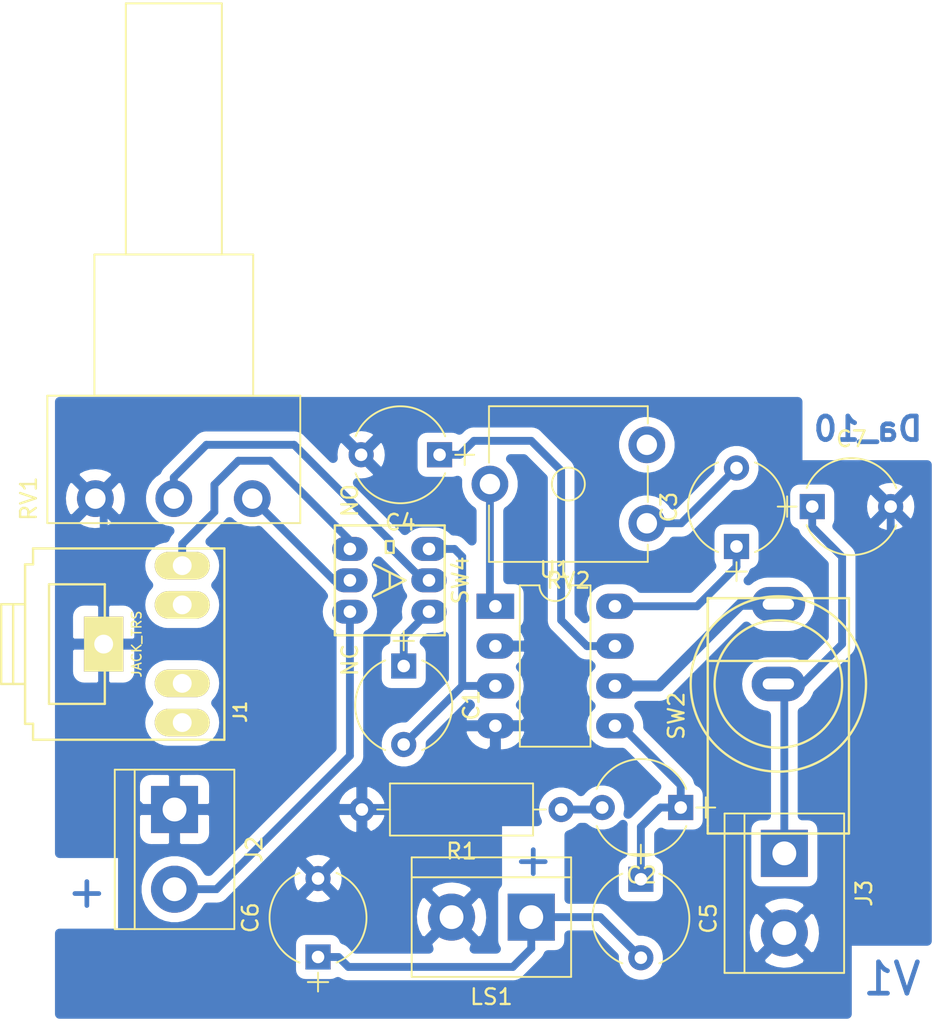
<source format=kicad_pcb>
(kicad_pcb (version 20171130) (host pcbnew "(5.1.2)-2")

  (general
    (thickness 1.6)
    (drawings 4)
    (tracks 103)
    (zones 0)
    (modules 17)
    (nets 21)
  )

  (page A4)
  (layers
    (0 F.Cu signal)
    (31 B.Cu signal)
    (32 B.Adhes user hide)
    (33 F.Adhes user hide)
    (34 B.Paste user hide)
    (35 F.Paste user hide)
    (36 B.SilkS user hide)
    (37 F.SilkS user)
    (38 B.Mask user)
    (39 F.Mask user hide)
    (40 Dwgs.User user)
    (41 Cmts.User user)
    (42 Eco1.User user)
    (43 Eco2.User user)
    (44 Edge.Cuts user)
    (45 Margin user)
    (46 B.CrtYd user)
    (47 F.CrtYd user)
    (48 B.Fab user)
    (49 F.Fab user)
  )

  (setup
    (last_trace_width 0.25)
    (trace_clearance 0.2)
    (zone_clearance 0.6)
    (zone_45_only no)
    (trace_min 0.2)
    (via_size 0.8)
    (via_drill 0.4)
    (via_min_size 0.4)
    (via_min_drill 0.3)
    (uvia_size 0.3)
    (uvia_drill 0.1)
    (uvias_allowed no)
    (uvia_min_size 0.2)
    (uvia_min_drill 0.1)
    (edge_width 0.05)
    (segment_width 0.2)
    (pcb_text_width 0.3)
    (pcb_text_size 1.5 1.5)
    (mod_edge_width 0.12)
    (mod_text_size 1 1)
    (mod_text_width 0.15)
    (pad_size 1.524 1.524)
    (pad_drill 0.762)
    (pad_to_mask_clearance 0.051)
    (solder_mask_min_width 0.25)
    (aux_axis_origin 0 0)
    (visible_elements 7FFFFFFF)
    (pcbplotparams
      (layerselection 0x00040_7ffffffe)
      (usegerberextensions false)
      (usegerberattributes false)
      (usegerberadvancedattributes false)
      (creategerberjobfile false)
      (excludeedgelayer true)
      (linewidth 0.100000)
      (plotframeref false)
      (viasonmask false)
      (mode 1)
      (useauxorigin false)
      (hpglpennumber 1)
      (hpglpenspeed 20)
      (hpglpendiameter 15.000000)
      (psnegative false)
      (psa4output false)
      (plotreference true)
      (plotvalue true)
      (plotinvisibletext false)
      (padsonsilk false)
      (subtractmaskfromsilk false)
      (outputformat 5)
      (mirror false)
      (drillshape 2)
      (scaleselection 1)
      (outputdirectory "Fotolitos/Placa Receptora/"))
  )

  (net 0 "")
  (net 1 GND)
  (net 2 "Net-(J1-Pad2)")
  (net 3 "Net-(J1-Pad3)")
  (net 4 "Net-(J1-Pad4)")
  (net 5 "Net-(J1-Pad5)")
  (net 6 VCC)
  (net 7 "Net-(C7-Pad1)")
  (net 8 "Net-(C1-Pad1)")
  (net 9 "Net-(C1-Pad2)")
  (net 10 "Net-(C2-Pad2)")
  (net 11 "Net-(C2-Pad1)")
  (net 12 "Net-(C3-Pad2)")
  (net 13 "Net-(C3-Pad1)")
  (net 14 "Net-(C4-Pad1)")
  (net 15 "Net-(C5-Pad2)")
  (net 16 "Net-(RV1-Pad1)")
  (net 17 "Net-(RV1-Pad2)")
  (net 18 "Net-(RV2-Pad1)")
  (net 19 "Net-(RV2-Pad2)")
  (net 20 "Net-(J2-Pad2)")

  (net_class Default "Esta é a classe de rede padrão."
    (clearance 0.2)
    (trace_width 0.25)
    (via_dia 0.8)
    (via_drill 0.4)
    (uvia_dia 0.3)
    (uvia_drill 0.1)
  )

  (net_class Kek ""
    (clearance 0.2)
    (trace_width 0.5)
    (via_dia 0.8)
    (via_drill 0.5)
    (uvia_dia 0.3)
    (uvia_drill 0.1)
    (add_net GND)
    (add_net "Net-(C1-Pad1)")
    (add_net "Net-(C1-Pad2)")
    (add_net "Net-(C2-Pad1)")
    (add_net "Net-(C2-Pad2)")
    (add_net "Net-(C3-Pad1)")
    (add_net "Net-(C3-Pad2)")
    (add_net "Net-(C4-Pad1)")
    (add_net "Net-(C5-Pad2)")
    (add_net "Net-(C7-Pad1)")
    (add_net "Net-(J1-Pad2)")
    (add_net "Net-(J1-Pad3)")
    (add_net "Net-(J1-Pad4)")
    (add_net "Net-(J1-Pad5)")
    (add_net "Net-(J2-Pad2)")
    (add_net "Net-(RV1-Pad1)")
    (add_net "Net-(RV1-Pad2)")
    (add_net "Net-(RV2-Pad1)")
    (add_net "Net-(RV2-Pad2)")
  )

  (net_class Vcc ""
    (clearance 0.2)
    (trace_width 0.7)
    (via_dia 0.8)
    (via_drill 0.4)
    (uvia_dia 0.3)
    (uvia_drill 0.1)
    (add_net VCC)
  )

  (module Potentiometers:Potentiometer_Trimmer_ACP_CA9v_Horizontal_Px10.0mm_Py5.0mm (layer F.Cu) (tedit 58826B0A) (tstamp 5DDD8EC4)
    (at 167.767 48.768 180)
    (descr "Potentiometer, horizontally mounted, Omeg PC16PU, Omeg PC16PU, Omeg PC16PU, Vishay/Spectrol 248GJ/249GJ Single, Vishay/Spectrol 248GJ/249GJ Single, Vishay/Spectrol 248GJ/249GJ Single, Vishay/Spectrol 248GH/249GH Single, Vishay/Spectrol 148/149 Single, Vishay/Spectrol 148/149 Single, Vishay/Spectrol 148/149 Single, Vishay/Spectrol 148A/149A Single with mounting plates, Vishay/Spectrol 148/149 Double, Vishay/Spectrol 148A/149A Double with mounting plates, Piher PC-16 Single, Piher PC-16 Single, Piher PC-16 Single, Piher PC-16SV Single, Piher PC-16 Double, Piher PC-16 Triple, Piher T16H Single, Piher T16L Single, Piher T16H Double, Alps RK163 Single, Alps RK163 Double, Alps RK097 Single, Alps RK097 Double, Bourns PTV09A-2 Single with mounting sleve Single, Bourns PTV09A-1 with mounting sleve Single, Bourns PRS11S Single, Alps RK09K Single with mounting sleve Single, Alps RK09K with mounting sleve Single, Alps RK09L Single, Alps RK09L Single, Alps RK09L Double, Alps RK09L Double, Alps RK09Y Single, Bourns 3339S Single, Bourns 3339S Single, Bourns 3339P Single, Bourns 3339H Single, Vishay T7YA Single, Suntan TSR-3386H Single, Suntan TSR-3386H Single, Suntan TSR-3386P Single, Vishay T73XX Single, Vishay T73XX Single, Vishay T73YP Single, Piher PT-6h Single, Piher PT-6v Single, Piher PT-6v Single, Piher PT-10h2.5 Single, Piher PT-10h5 Single, Piher PT-101h3.8 Single, Piher PT-10v10 Single, Piher PT-10v10 Single, Piher PT-10v5 Single, Piher PT-15h5 Single, Piher PT-15h2.5 Single, Piher PT-15B Single, Piher PT-15hc5 Single, Piher PT-15v12.5 Single, Piher PT-15v12.5 Single, Piher PT-15v15 Single, Piher PT-15v15 Single, ACP CA6h Single, ACP CA6v Single, ACP CA6v Single, ACP CA6VSMD Single, ACP CA6VSMD Single, ACP CA9h2.5 Single, ACP CA9h3.8 Single, ACP CA9h5 Single, ACP CA9V Single, http://www.acptechnologies.com/wp-content/uploads/2016/12/ACP-CAT%C3%81LOGO-ENTERO-2016.pdf")
    (tags "Potentiometer horizontal  Omeg PC16PU  Omeg PC16PU  Omeg PC16PU  Vishay/Spectrol 248GJ/249GJ Single  Vishay/Spectrol 248GJ/249GJ Single  Vishay/Spectrol 248GJ/249GJ Single  Vishay/Spectrol 248GH/249GH Single  Vishay/Spectrol 148/149 Single  Vishay/Spectrol 148/149 Single  Vishay/Spectrol 148/149 Single  Vishay/Spectrol 148A/149A Single with mounting plates  Vishay/Spectrol 148/149 Double  Vishay/Spectrol 148A/149A Double with mounting plates  Piher PC-16 Single  Piher PC-16 Single  Piher PC-16 Single  Piher PC-16SV Single  Piher PC-16 Double  Piher PC-16 Triple  Piher T16H Single  Piher T16L Single  Piher T16H Double  Alps RK163 Single  Alps RK163 Double  Alps RK097 Single  Alps RK097 Double  Bourns PTV09A-2 Single with mounting sleve Single  Bourns PTV09A-1 with mounting sleve Single  Bourns PRS11S Single  Alps RK09K Single with mounting sleve Single  Alps RK09K with mounting sleve Single  Alps RK09L Single  Alps RK09L Single  Alps RK09L Double  Alps RK09L Double  Alps RK09Y Single  Bourns 3339S Single  Bourns 3339S Single  Bourns 3339P Single  Bourns 3339H Single  Vishay T7YA Single  Suntan TSR-3386H Single  Suntan TSR-3386H Single  Suntan TSR-3386P Single  Vishay T73XX Single  Vishay T73XX Single  Vishay T73YP Single  Piher PT-6h Single  Piher PT-6v Single  Piher PT-6v Single  Piher PT-10h2.5 Single  Piher PT-10h5 Single  Piher PT-101h3.8 Single  Piher PT-10v10 Single  Piher PT-10v10 Single  Piher PT-10v5 Single  Piher PT-15h5 Single  Piher PT-15h2.5 Single  Piher PT-15B Single  Piher PT-15hc5 Single  Piher PT-15v12.5 Single  Piher PT-15v12.5 Single  Piher PT-15v15 Single  Piher PT-15v15 Single  ACP CA6h Single  ACP CA6v Single  ACP CA6v Single  ACP CA6VSMD Single  ACP CA6VSMD Single  ACP CA9h2.5 Single  ACP CA9h3.8 Single  ACP CA9h5 Single  ACP CA9V Single")
    (path /5DD7DFA3)
    (fp_text reference RV2 (at 5 -8.65) (layer F.SilkS)
      (effects (font (size 1 1) (thickness 0.15)))
    )
    (fp_text value R_POT_1K_Ganho (at 4.191 3.65) (layer F.Fab)
      (effects (font (size 1 1) (thickness 0.15)))
    )
    (fp_line (start 11.45 -7.65) (end -1.45 -7.65) (layer F.CrtYd) (width 0.05))
    (fp_line (start 11.45 2.7) (end 11.45 -7.65) (layer F.CrtYd) (width 0.05))
    (fp_line (start -1.45 2.7) (end 11.45 2.7) (layer F.CrtYd) (width 0.05))
    (fp_line (start -1.45 -7.65) (end -1.45 2.7) (layer F.CrtYd) (width 0.05))
    (fp_line (start 10.06 -1.135) (end 10.06 2.46) (layer F.SilkS) (width 0.12))
    (fp_line (start 10.06 -7.461) (end 10.06 -3.865) (layer F.SilkS) (width 0.12))
    (fp_line (start -0.06 1.365) (end -0.06 2.46) (layer F.SilkS) (width 0.12))
    (fp_line (start -0.06 -3.635) (end -0.06 -1.365) (layer F.SilkS) (width 0.12))
    (fp_line (start -0.06 -7.461) (end -0.06 -6.365) (layer F.SilkS) (width 0.12))
    (fp_line (start -0.06 2.46) (end 10.06 2.46) (layer F.SilkS) (width 0.12))
    (fp_line (start -0.06 -7.461) (end 10.06 -7.461) (layer F.SilkS) (width 0.12))
    (fp_line (start 10 -7.4) (end 0 -7.4) (layer F.Fab) (width 0.1))
    (fp_line (start 10 2.4) (end 10 -7.4) (layer F.Fab) (width 0.1))
    (fp_line (start 0 2.4) (end 10 2.4) (layer F.Fab) (width 0.1))
    (fp_line (start 0 -7.4) (end 0 2.4) (layer F.Fab) (width 0.1))
    (fp_circle (center 5 -2.5) (end 6.05 -2.5) (layer F.SilkS) (width 0.12))
    (fp_circle (center 5 -2.5) (end 6.05 -2.5) (layer F.Fab) (width 0.1))
    (fp_circle (center 5 -2.5) (end 6.5 -2.5) (layer F.Fab) (width 0.1))
    (pad 1 thru_hole circle (at 0 0 180) (size 2.34 2.34) (drill 1.3) (layers *.Cu *.Mask)
      (net 18 "Net-(RV2-Pad1)"))
    (pad 2 thru_hole circle (at 10 -2.5 180) (size 2.34 2.34) (drill 1.3) (layers *.Cu *.Mask)
      (net 19 "Net-(RV2-Pad2)"))
    (pad 3 thru_hole circle (at 0 -5 180) (size 2.34 2.34) (drill 1.3) (layers *.Cu *.Mask)
      (net 12 "Net-(C3-Pad2)"))
    (model Potentiometers.3dshapes/Potentiometer_Trimmer_ACP_CA9v_Horizontal_Px10.0mm_Py5.0mm.wrl
      (at (xyz 0 0 0))
      (scale (xyz 0.393701 0.393701 0.393701))
      (rotate (xyz 0 0 0))
    )
  )

  (module Capacitors_THT:CP_Radial_Tantal_D6.0mm_P5.00mm (layer F.Cu) (tedit 597C781B) (tstamp 5DDD606E)
    (at 178.308 52.705)
    (descr "CP, Radial_Tantal series, Radial, pin pitch=5.00mm, , diameter=6.0mm, Tantal Electrolytic Capacitor, http://cdn-reichelt.de/documents/datenblatt/B300/TANTAL-TB-Serie%23.pdf")
    (tags "CP Radial_Tantal series Radial pin pitch 5.00mm  diameter 6.0mm Tantal Electrolytic Capacitor")
    (path /5DDE1F27)
    (fp_text reference C7 (at 2.5 -4.31) (layer F.SilkS)
      (effects (font (size 1 1) (thickness 0.15)))
    )
    (fp_text value CP_500nF_ou_Mais (at 7.112 2.159 90) (layer F.Fab)
      (effects (font (size 1 1) (thickness 0.15)))
    )
    (fp_text user %R (at 2.5 0) (layer F.Fab)
      (effects (font (size 1 1) (thickness 0.15)))
    )
    (fp_line (start 6.05 -3.35) (end -1.05 -3.35) (layer F.CrtYd) (width 0.05))
    (fp_line (start 6.05 3.35) (end 6.05 -3.35) (layer F.CrtYd) (width 0.05))
    (fp_line (start -1.05 3.35) (end 6.05 3.35) (layer F.CrtYd) (width 0.05))
    (fp_line (start -1.05 -3.35) (end -1.05 3.35) (layer F.CrtYd) (width 0.05))
    (fp_line (start -1.6 -0.65) (end -1.6 0.65) (layer F.SilkS) (width 0.12))
    (fp_line (start -2.2 0) (end -1 0) (layer F.SilkS) (width 0.12))
    (fp_line (start -1.6 -0.65) (end -1.6 0.65) (layer F.Fab) (width 0.1))
    (fp_line (start -2.2 0) (end -1 0) (layer F.Fab) (width 0.1))
    (fp_circle (center 2.5 0) (end 5.5 0) (layer F.Fab) (width 0.1))
    (fp_arc (start 2.5 0) (end -0.355819 1.18) (angle -135.1) (layer F.SilkS) (width 0.12))
    (fp_arc (start 2.5 0) (end -0.355819 -1.18) (angle 135.1) (layer F.SilkS) (width 0.12))
    (pad 2 thru_hole circle (at 5 0) (size 1.6 1.6) (drill 0.8) (layers *.Cu *.Mask)
      (net 1 GND))
    (pad 1 thru_hole rect (at 0 0) (size 1.6 1.6) (drill 0.8) (layers *.Cu *.Mask)
      (net 7 "Net-(C7-Pad1)"))
    (model ${KISYS3DMOD}/Capacitors_THT.3dshapes/CP_Radial_Tantal_D6.0mm_P5.00mm.wrl
      (at (xyz 0 0 0))
      (scale (xyz 1 1 1))
      (rotate (xyz 0 0 0))
    )
  )

  (module Capacitors_THT:CP_Radial_Tantal_D6.0mm_P5.00mm (layer F.Cu) (tedit 597C781B) (tstamp 5DDD93C9)
    (at 152.273 62.865 270)
    (descr "CP, Radial_Tantal series, Radial, pin pitch=5.00mm, , diameter=6.0mm, Tantal Electrolytic Capacitor, http://cdn-reichelt.de/documents/datenblatt/B300/TANTAL-TB-Serie%23.pdf")
    (tags "CP Radial_Tantal series Radial pin pitch 5.00mm  diameter 6.0mm Tantal Electrolytic Capacitor")
    (path /5DDDAFCE)
    (fp_text reference C1 (at 2.5 -4.31 90) (layer F.SilkS)
      (effects (font (size 1 1) (thickness 0.15)))
    )
    (fp_text value CP_FiltroAC (at 4.191 6.477 270) (layer F.Fab)
      (effects (font (size 1 1) (thickness 0.15)))
    )
    (fp_text user %R (at 2.5 0 90) (layer F.Fab)
      (effects (font (size 1 1) (thickness 0.15)))
    )
    (fp_line (start 6.05 -3.35) (end -1.05 -3.35) (layer F.CrtYd) (width 0.05))
    (fp_line (start 6.05 3.35) (end 6.05 -3.35) (layer F.CrtYd) (width 0.05))
    (fp_line (start -1.05 3.35) (end 6.05 3.35) (layer F.CrtYd) (width 0.05))
    (fp_line (start -1.05 -3.35) (end -1.05 3.35) (layer F.CrtYd) (width 0.05))
    (fp_line (start -1.6 -0.65) (end -1.6 0.65) (layer F.SilkS) (width 0.12))
    (fp_line (start -2.2 0) (end -1 0) (layer F.SilkS) (width 0.12))
    (fp_line (start -1.6 -0.65) (end -1.6 0.65) (layer F.Fab) (width 0.1))
    (fp_line (start -2.2 0) (end -1 0) (layer F.Fab) (width 0.1))
    (fp_circle (center 2.5 0) (end 5.5 0) (layer F.Fab) (width 0.1))
    (fp_arc (start 2.5 0) (end -0.355819 1.18) (angle -135.1) (layer F.SilkS) (width 0.12))
    (fp_arc (start 2.5 0) (end -0.355819 -1.18) (angle 135.1) (layer F.SilkS) (width 0.12))
    (pad 2 thru_hole circle (at 5 0 270) (size 1.6 1.6) (drill 0.8) (layers *.Cu *.Mask)
      (net 9 "Net-(C1-Pad2)"))
    (pad 1 thru_hole rect (at 0 0 270) (size 1.6 1.6) (drill 0.8) (layers *.Cu *.Mask)
      (net 8 "Net-(C1-Pad1)"))
    (model ${KISYS3DMOD}/Capacitors_THT.3dshapes/CP_Radial_Tantal_D6.0mm_P5.00mm.wrl
      (at (xyz 0 0 0))
      (scale (xyz 1 1 1))
      (rotate (xyz 0 0 0))
    )
  )

  (module Connector:Tayda_3.5mm_stereo_TRS_jack_A-853 (layer F.Cu) (tedit 56D1364A) (tstamp 5DDD6E6A)
    (at 134.747 61.468 90)
    (path /5DD7CE74)
    (fp_text reference J1 (at -4.318 7.112 90) (layer F.SilkS)
      (effects (font (size 0.8 0.8) (thickness 0.15)))
    )
    (fp_text value JACK_TRS (at 0 0.508 90) (layer F.SilkS)
      (effects (font (size 0.6 0.6) (thickness 0.1)))
    )
    (fp_line (start -1.778 -1.524) (end -3.81 -1.524) (layer F.SilkS) (width 0.15))
    (fp_line (start -3.81 -1.524) (end -3.81 -5.08) (layer F.SilkS) (width 0.15))
    (fp_line (start -3.81 -5.08) (end 3.81 -5.08) (layer F.SilkS) (width 0.15))
    (fp_line (start 3.81 -5.08) (end 3.81 -1.524) (layer F.SilkS) (width 0.15))
    (fp_line (start 3.81 -1.524) (end 1.778 -1.524) (layer F.SilkS) (width 0.15))
    (fp_line (start -5.08 -6.096) (end -6.096 -6.096) (layer F.SilkS) (width 0.15))
    (fp_line (start 6.096 -6.096) (end 5.08 -6.096) (layer F.SilkS) (width 0.15))
    (fp_line (start -2.54 -8.128) (end -2.54 -6.604) (layer F.SilkS) (width 0.15))
    (fp_line (start 2.54 -6.604) (end 2.54 -8.128) (layer F.SilkS) (width 0.15))
    (fp_line (start -2.54 -7.366) (end 2.54 -7.366) (layer F.SilkS) (width 0.15))
    (fp_line (start -5.08 -6.096) (end -5.08 -6.35) (layer F.SilkS) (width 0.15))
    (fp_line (start -5.08 -6.35) (end -5.08 -6.604) (layer F.SilkS) (width 0.15))
    (fp_line (start -5.08 -6.604) (end 5.08 -6.604) (layer F.SilkS) (width 0.15))
    (fp_line (start 5.08 -6.604) (end 5.08 -6.096) (layer F.SilkS) (width 0.15))
    (fp_line (start -2.54 -8.128) (end 2.54 -8.128) (layer F.SilkS) (width 0.15))
    (fp_line (start -6.096 6.096) (end -6.096 -6.096) (layer F.SilkS) (width 0.15))
    (fp_line (start 6.096 -6.096) (end 6.096 6.096) (layer F.SilkS) (width 0.15))
    (fp_line (start 6.096 6.096) (end -6.096 6.096) (layer F.SilkS) (width 0.15))
    (pad 1 thru_hole rect (at 0 -1.596 90) (size 3.5 2.5) (drill 1.2) (layers *.Cu *.Mask F.SilkS)
      (net 1 GND))
    (pad 2 thru_hole oval (at 5 3.41 90) (size 1.75 3.5) (drill 1.2) (layers *.Cu *.Mask F.SilkS)
      (net 2 "Net-(J1-Pad2)"))
    (pad 3 thru_hole oval (at -5 3.41 90) (size 1.75 3.5) (drill 1.2) (layers *.Cu *.Mask F.SilkS)
      (net 3 "Net-(J1-Pad3)"))
    (pad 4 thru_hole oval (at 2.5 3.41 90) (size 1.75 3.5) (drill 1.2) (layers *.Cu *.Mask F.SilkS)
      (net 4 "Net-(J1-Pad4)"))
    (pad 5 thru_hole oval (at -2.5 3.41 90) (size 1.75 3.5) (drill 1.2) (layers *.Cu *.Mask F.SilkS)
      (net 5 "Net-(J1-Pad5)"))
  )

  (module Connector:BotaoOnOffMenor (layer F.Cu) (tedit 5DDD25A8) (tstamp 5DDD5539)
    (at 176.149 66.04 270)
    (path /5DDCAAAC)
    (fp_text reference SW2 (at 0 6.5 90) (layer F.SilkS)
      (effects (font (size 1 1) (thickness 0.15)))
    )
    (fp_text value SW_OnOff (at -2.54 -5.715 90) (layer F.Fab)
      (effects (font (size 1 1) (thickness 0.15)))
    )
    (fp_line (start -7.5 4.5) (end 7 4.5) (layer F.SilkS) (width 0.15))
    (fp_line (start 7 4.5) (end 7.5 4.5) (layer F.SilkS) (width 0.15))
    (fp_line (start 7.5 4.5) (end 7.5 -4.5) (layer F.SilkS) (width 0.15))
    (fp_line (start 7.5 -4.5) (end -7.5 -4.5) (layer F.SilkS) (width 0.15))
    (fp_line (start -7.5 -4.5) (end -7.5 4.5) (layer F.SilkS) (width 0.15))
    (fp_line (start -7.5 4.5) (end -3.5 4.5) (layer F.SilkS) (width 0.15))
    (fp_line (start -3.5 4.5) (end -3.5 -4.5) (layer F.SilkS) (width 0.15))
    (fp_circle (center -2.032 0) (end -7.62 0) (layer F.SilkS) (width 0.15))
    (fp_circle (center -2.032 0) (end -2.032 -4.064) (layer F.SilkS) (width 0.15))
    (pad 1 thru_hole oval (at -7.112 0 270) (size 2.2 3.4) (drill oval 0.7 2) (layers *.Cu *.Mask)
      (net 6 VCC))
    (pad 2 thru_hole oval (at -2.032 0 270) (size 2.2 3.4) (drill oval 0.7 2) (layers *.Cu *.Mask)
      (net 7 "Net-(C7-Pad1)"))
  )

  (module Connector:SW_7x7_6Pinos (layer F.Cu) (tedit 5DDC8F56) (tstamp 5DDD5550)
    (at 151.384 57.404 90)
    (path /5DDD5EF4)
    (fp_text reference SW4 (at 0 4.5 90) (layer F.SilkS)
      (effects (font (size 1 1) (thickness 0.15)))
    )
    (fp_text value SW_DPDT_x2 (at 0.508 -4.572 90) (layer F.Fab)
      (effects (font (size 1 1) (thickness 0.15)))
    )
    (fp_line (start -3.5 3.5) (end 3.5 3.5) (layer F.SilkS) (width 0.15))
    (fp_line (start 3.5 3.5) (end 3.5 -3.5) (layer F.SilkS) (width 0.15))
    (fp_line (start 3.5 -3.5) (end -3.5 -3.5) (layer F.SilkS) (width 0.15))
    (fp_line (start -3.5 -3.5) (end -3.5 3.5) (layer F.SilkS) (width 0.15))
    (fp_line (start -1 -1) (end 0 1) (layer F.SilkS) (width 0.15))
    (fp_line (start 0 1) (end 1 -1) (layer F.SilkS) (width 0.15))
    (fp_line (start 0.5 0) (end -0.5 0) (layer F.SilkS) (width 0.15))
    (fp_line (start 1.75 0.25) (end 1.75 -0.25) (layer F.SilkS) (width 0.15))
    (fp_line (start 1.75 -0.25) (end 2.5 -0.25) (layer F.SilkS) (width 0.15))
    (fp_line (start 2.5 -0.25) (end 2.5 0.25) (layer F.SilkS) (width 0.15))
    (fp_line (start 2.5 0.25) (end 1.75 0.25) (layer F.SilkS) (width 0.15))
    (fp_text user NC (at -5.08 -2.54 90) (layer F.SilkS)
      (effects (font (size 1 1) (thickness 0.15)))
    )
    (fp_text user NO (at 5.08 -2.54 90) (layer F.SilkS)
      (effects (font (size 1 1) (thickness 0.15)))
    )
    (pad 1 thru_hole oval (at -2 -2.54 90) (size 1.524 2.25) (drill 0.8) (layers *.Cu *.Mask)
      (net 20 "Net-(J2-Pad2)"))
    (pad 2 thru_hole oval (at 0 -2.54 90) (size 1.524 2.25) (drill 0.8) (layers *.Cu *.Mask)
      (net 16 "Net-(RV1-Pad1)"))
    (pad 3 thru_hole oval (at 2 -2.54 90) (size 1.524 2.25) (drill 0.8) (layers *.Cu *.Mask)
      (net 2 "Net-(J1-Pad2)"))
    (pad 4 thru_hole oval (at -2 2.5 90) (size 1.524 2.25) (drill 0.8) (layers *.Cu *.Mask)
      (net 8 "Net-(C1-Pad1)"))
    (pad 5 thru_hole oval (at 0 2.5 90) (size 1.524 2.25) (drill 0.8) (layers *.Cu *.Mask)
      (net 17 "Net-(RV1-Pad2)"))
    (pad 6 thru_hole oval (at 2 2.5 90) (size 1.524 2.25) (drill 0.8) (layers *.Cu *.Mask)
      (net 9 "Net-(C1-Pad2)"))
    (model ${KIPRJMOD}/AudioJack/SW_7x7_6pins.stp
      (offset (xyz -3.5 -3.5 1.5))
      (scale (xyz 1 1 1))
      (rotate (xyz 0 0 0))
    )
  )

  (module Connectors_Terminal_Blocks:TerminalBlock_bornier-2_P5.08mm (layer F.Cu) (tedit 59FF03AB) (tstamp 5DDD5F69)
    (at 137.668 72.009 270)
    (descr "simple 2-pin terminal block, pitch 5.08mm, revamped version of bornier2")
    (tags "terminal block bornier2")
    (path /5DD7CBA6)
    (fp_text reference J2 (at 2.54 -5.08 90) (layer F.SilkS)
      (effects (font (size 1 1) (thickness 0.15)))
    )
    (fp_text value PainelSolar (at 2.54 5.08 90) (layer F.Fab)
      (effects (font (size 1 1) (thickness 0.15)))
    )
    (fp_line (start 7.79 4) (end -2.71 4) (layer F.CrtYd) (width 0.05))
    (fp_line (start 7.79 4) (end 7.79 -4) (layer F.CrtYd) (width 0.05))
    (fp_line (start -2.71 -4) (end -2.71 4) (layer F.CrtYd) (width 0.05))
    (fp_line (start -2.71 -4) (end 7.79 -4) (layer F.CrtYd) (width 0.05))
    (fp_line (start -2.54 3.81) (end 7.62 3.81) (layer F.SilkS) (width 0.12))
    (fp_line (start -2.54 -3.81) (end -2.54 3.81) (layer F.SilkS) (width 0.12))
    (fp_line (start 7.62 -3.81) (end -2.54 -3.81) (layer F.SilkS) (width 0.12))
    (fp_line (start 7.62 3.81) (end 7.62 -3.81) (layer F.SilkS) (width 0.12))
    (fp_line (start 7.62 2.54) (end -2.54 2.54) (layer F.SilkS) (width 0.12))
    (fp_line (start 7.54 -3.75) (end -2.46 -3.75) (layer F.Fab) (width 0.1))
    (fp_line (start 7.54 3.75) (end 7.54 -3.75) (layer F.Fab) (width 0.1))
    (fp_line (start -2.46 3.75) (end 7.54 3.75) (layer F.Fab) (width 0.1))
    (fp_line (start -2.46 -3.75) (end -2.46 3.75) (layer F.Fab) (width 0.1))
    (fp_line (start -2.41 2.55) (end 7.49 2.55) (layer F.Fab) (width 0.1))
    (fp_text user %R (at 2.54 0 90) (layer F.Fab)
      (effects (font (size 1 1) (thickness 0.15)))
    )
    (pad 2 thru_hole circle (at 5.08 0 270) (size 3 3) (drill 1.52) (layers *.Cu *.Mask)
      (net 20 "Net-(J2-Pad2)"))
    (pad 1 thru_hole rect (at 0 0 270) (size 3 3) (drill 1.52) (layers *.Cu *.Mask)
      (net 1 GND))
    (model ${KISYS3DMOD}/Terminal_Blocks.3dshapes/TerminalBlock_bornier-2_P5.08mm.wrl
      (offset (xyz 2.539999961853027 0 0))
      (scale (xyz 1 1 1))
      (rotate (xyz 0 0 0))
    )
  )

  (module Connectors_Terminal_Blocks:TerminalBlock_bornier-2_P5.08mm (layer F.Cu) (tedit 59FF03AB) (tstamp 5DDD7127)
    (at 176.53 74.803 270)
    (descr "simple 2-pin terminal block, pitch 5.08mm, revamped version of bornier2")
    (tags "terminal block bornier2")
    (path /5DDC9D10)
    (fp_text reference J3 (at 2.54 -5.08 90) (layer F.SilkS)
      (effects (font (size 1 1) (thickness 0.15)))
    )
    (fp_text value Screw_Terminal_Fonte (at 2.54 0.254 180) (layer F.Fab)
      (effects (font (size 1 1) (thickness 0.15)))
    )
    (fp_text user %R (at 2.54 0 90) (layer F.Fab)
      (effects (font (size 1 1) (thickness 0.15)))
    )
    (fp_line (start -2.41 2.55) (end 7.49 2.55) (layer F.Fab) (width 0.1))
    (fp_line (start -2.46 -3.75) (end -2.46 3.75) (layer F.Fab) (width 0.1))
    (fp_line (start -2.46 3.75) (end 7.54 3.75) (layer F.Fab) (width 0.1))
    (fp_line (start 7.54 3.75) (end 7.54 -3.75) (layer F.Fab) (width 0.1))
    (fp_line (start 7.54 -3.75) (end -2.46 -3.75) (layer F.Fab) (width 0.1))
    (fp_line (start 7.62 2.54) (end -2.54 2.54) (layer F.SilkS) (width 0.12))
    (fp_line (start 7.62 3.81) (end 7.62 -3.81) (layer F.SilkS) (width 0.12))
    (fp_line (start 7.62 -3.81) (end -2.54 -3.81) (layer F.SilkS) (width 0.12))
    (fp_line (start -2.54 -3.81) (end -2.54 3.81) (layer F.SilkS) (width 0.12))
    (fp_line (start -2.54 3.81) (end 7.62 3.81) (layer F.SilkS) (width 0.12))
    (fp_line (start -2.71 -4) (end 7.79 -4) (layer F.CrtYd) (width 0.05))
    (fp_line (start -2.71 -4) (end -2.71 4) (layer F.CrtYd) (width 0.05))
    (fp_line (start 7.79 4) (end 7.79 -4) (layer F.CrtYd) (width 0.05))
    (fp_line (start 7.79 4) (end -2.71 4) (layer F.CrtYd) (width 0.05))
    (pad 1 thru_hole rect (at 0 0 270) (size 3 3) (drill 1.52) (layers *.Cu *.Mask)
      (net 7 "Net-(C7-Pad1)"))
    (pad 2 thru_hole circle (at 5.08 0 270) (size 3 3) (drill 1.52) (layers *.Cu *.Mask)
      (net 1 GND))
    (model ${KISYS3DMOD}/Terminal_Blocks.3dshapes/TerminalBlock_bornier-2_P5.08mm.wrl
      (offset (xyz 2.539999961853027 0 0))
      (scale (xyz 1 1 1))
      (rotate (xyz 0 0 0))
    )
  )

  (module Connectors_Terminal_Blocks:TerminalBlock_bornier-2_P5.08mm (layer F.Cu) (tedit 59FF03AB) (tstamp 5DDD5F93)
    (at 160.401 78.867 180)
    (descr "simple 2-pin terminal block, pitch 5.08mm, revamped version of bornier2")
    (tags "terminal block bornier2")
    (path /5DDE363B)
    (fp_text reference LS1 (at 2.54 -5.08) (layer F.SilkS)
      (effects (font (size 1 1) (thickness 0.15)))
    )
    (fp_text value Speaker (at 2.54 5.08) (layer F.Fab)
      (effects (font (size 1 1) (thickness 0.15)))
    )
    (fp_line (start 7.79 4) (end -2.71 4) (layer F.CrtYd) (width 0.05))
    (fp_line (start 7.79 4) (end 7.79 -4) (layer F.CrtYd) (width 0.05))
    (fp_line (start -2.71 -4) (end -2.71 4) (layer F.CrtYd) (width 0.05))
    (fp_line (start -2.71 -4) (end 7.79 -4) (layer F.CrtYd) (width 0.05))
    (fp_line (start -2.54 3.81) (end 7.62 3.81) (layer F.SilkS) (width 0.12))
    (fp_line (start -2.54 -3.81) (end -2.54 3.81) (layer F.SilkS) (width 0.12))
    (fp_line (start 7.62 -3.81) (end -2.54 -3.81) (layer F.SilkS) (width 0.12))
    (fp_line (start 7.62 3.81) (end 7.62 -3.81) (layer F.SilkS) (width 0.12))
    (fp_line (start 7.62 2.54) (end -2.54 2.54) (layer F.SilkS) (width 0.12))
    (fp_line (start 7.54 -3.75) (end -2.46 -3.75) (layer F.Fab) (width 0.1))
    (fp_line (start 7.54 3.75) (end 7.54 -3.75) (layer F.Fab) (width 0.1))
    (fp_line (start -2.46 3.75) (end 7.54 3.75) (layer F.Fab) (width 0.1))
    (fp_line (start -2.46 -3.75) (end -2.46 3.75) (layer F.Fab) (width 0.1))
    (fp_line (start -2.41 2.55) (end 7.49 2.55) (layer F.Fab) (width 0.1))
    (fp_text user %R (at 2.54 0) (layer F.Fab)
      (effects (font (size 1 1) (thickness 0.15)))
    )
    (pad 2 thru_hole circle (at 5.08 0 180) (size 3 3) (drill 1.52) (layers *.Cu *.Mask)
      (net 1 GND))
    (pad 1 thru_hole rect (at 0 0 180) (size 3 3) (drill 1.52) (layers *.Cu *.Mask)
      (net 15 "Net-(C5-Pad2)"))
    (model ${KISYS3DMOD}/Terminal_Blocks.3dshapes/TerminalBlock_bornier-2_P5.08mm.wrl
      (offset (xyz 2.539999961853027 0 0))
      (scale (xyz 1 1 1))
      (rotate (xyz 0 0 0))
    )
  )

  (module Resistors_THT:R_Axial_DIN0309_L9.0mm_D3.2mm_P12.70mm_Horizontal (layer F.Cu) (tedit 5874F706) (tstamp 5DDD5FA9)
    (at 162.306 72.009 180)
    (descr "Resistor, Axial_DIN0309 series, Axial, Horizontal, pin pitch=12.7mm, 0.5W = 1/2W, length*diameter=9*3.2mm^2, http://cdn-reichelt.de/documents/datenblatt/B400/1_4W%23YAG.pdf")
    (tags "Resistor Axial_DIN0309 series Axial Horizontal pin pitch 12.7mm 0.5W = 1/2W length 9mm diameter 3.2mm")
    (path /5DDE5092)
    (fp_text reference R1 (at 6.35 -2.66) (layer F.SilkS)
      (effects (font (size 1 1) (thickness 0.15)))
    )
    (fp_text value 10R_FiltroParalelo (at 6.35 2.66) (layer F.Fab)
      (effects (font (size 1 1) (thickness 0.15)))
    )
    (fp_line (start 13.75 -1.95) (end -1.05 -1.95) (layer F.CrtYd) (width 0.05))
    (fp_line (start 13.75 1.95) (end 13.75 -1.95) (layer F.CrtYd) (width 0.05))
    (fp_line (start -1.05 1.95) (end 13.75 1.95) (layer F.CrtYd) (width 0.05))
    (fp_line (start -1.05 -1.95) (end -1.05 1.95) (layer F.CrtYd) (width 0.05))
    (fp_line (start 11.72 0) (end 10.91 0) (layer F.SilkS) (width 0.12))
    (fp_line (start 0.98 0) (end 1.79 0) (layer F.SilkS) (width 0.12))
    (fp_line (start 10.91 -1.66) (end 1.79 -1.66) (layer F.SilkS) (width 0.12))
    (fp_line (start 10.91 1.66) (end 10.91 -1.66) (layer F.SilkS) (width 0.12))
    (fp_line (start 1.79 1.66) (end 10.91 1.66) (layer F.SilkS) (width 0.12))
    (fp_line (start 1.79 -1.66) (end 1.79 1.66) (layer F.SilkS) (width 0.12))
    (fp_line (start 12.7 0) (end 10.85 0) (layer F.Fab) (width 0.1))
    (fp_line (start 0 0) (end 1.85 0) (layer F.Fab) (width 0.1))
    (fp_line (start 10.85 -1.6) (end 1.85 -1.6) (layer F.Fab) (width 0.1))
    (fp_line (start 10.85 1.6) (end 10.85 -1.6) (layer F.Fab) (width 0.1))
    (fp_line (start 1.85 1.6) (end 10.85 1.6) (layer F.Fab) (width 0.1))
    (fp_line (start 1.85 -1.6) (end 1.85 1.6) (layer F.Fab) (width 0.1))
    (pad 2 thru_hole oval (at 12.7 0 180) (size 1.6 1.6) (drill 0.8) (layers *.Cu *.Mask)
      (net 1 GND))
    (pad 1 thru_hole circle (at 0 0 180) (size 1.6 1.6) (drill 0.8) (layers *.Cu *.Mask)
      (net 10 "Net-(C2-Pad2)"))
    (model ${KISYS3DMOD}/Resistors_THT.3dshapes/R_Axial_DIN0309_L9.0mm_D3.2mm_P12.70mm_Horizontal.wrl
      (at (xyz 0 0 0))
      (scale (xyz 0.393701 0.393701 0.393701))
      (rotate (xyz 0 0 0))
    )
  )

  (module Potentiometers:Potentiometer_Piher_PC-16_Single_Vertical (layer F.Cu) (tedit 58826B08) (tstamp 5DDD5FCC)
    (at 142.621 52.197 90)
    (descr "Potentiometer, vertically mounted, Omeg PC16PU, Omeg PC16PU, Omeg PC16PU, Vishay/Spectrol 248GJ/249GJ Single, Vishay/Spectrol 248GJ/249GJ Single, Vishay/Spectrol 248GJ/249GJ Single, Vishay/Spectrol 248GH/249GH Single, Vishay/Spectrol 148/149 Single, Vishay/Spectrol 148/149 Single, Vishay/Spectrol 148/149 Single, Vishay/Spectrol 148A/149A Single with mounting plates, Vishay/Spectrol 148/149 Double, Vishay/Spectrol 148A/149A Double with mounting plates, Piher PC-16 Single, http://www.piher-nacesa.com/pdf/20-PC16v03.pdf")
    (tags "Potentiometer vertical  Omeg PC16PU  Omeg PC16PU  Omeg PC16PU  Vishay/Spectrol 248GJ/249GJ Single  Vishay/Spectrol 248GJ/249GJ Single  Vishay/Spectrol 248GJ/249GJ Single  Vishay/Spectrol 248GH/249GH Single  Vishay/Spectrol 148/149 Single  Vishay/Spectrol 148/149 Single  Vishay/Spectrol 148/149 Single  Vishay/Spectrol 148A/149A Single with mounting plates  Vishay/Spectrol 148/149 Double  Vishay/Spectrol 148A/149A Double with mounting plates  Piher PC-16 Single")
    (path /5DD6A351)
    (fp_text reference RV1 (at 0 -14.25 90) (layer F.SilkS)
      (effects (font (size 1 1) (thickness 0.15)))
    )
    (fp_text value R_POT_Volume (at 3.429 -4.953 180) (layer F.Fab)
      (effects (font (size 1 1) (thickness 0.15)))
    )
    (fp_line (start 31.75 -13.25) (end -1.75 -13.25) (layer F.CrtYd) (width 0.05))
    (fp_line (start 31.75 3.25) (end 31.75 -13.25) (layer F.CrtYd) (width 0.05))
    (fp_line (start -1.75 3.25) (end 31.75 3.25) (layer F.CrtYd) (width 0.05))
    (fp_line (start -1.75 -13.25) (end -1.75 3.25) (layer F.CrtYd) (width 0.05))
    (fp_line (start 31.56 -8.06) (end 31.56 -1.94) (layer F.SilkS) (width 0.12))
    (fp_line (start 15.56 -8.06) (end 15.56 -1.94) (layer F.SilkS) (width 0.12))
    (fp_line (start 15.56 -1.94) (end 31.56 -1.94) (layer F.SilkS) (width 0.12))
    (fp_line (start 15.56 -8.06) (end 31.56 -8.06) (layer F.SilkS) (width 0.12))
    (fp_line (start 15.56 -10.06) (end 15.56 0.06) (layer F.SilkS) (width 0.12))
    (fp_line (start 6.56 -10.06) (end 6.56 0.06) (layer F.SilkS) (width 0.12))
    (fp_line (start 6.56 0.06) (end 15.56 0.06) (layer F.SilkS) (width 0.12))
    (fp_line (start 6.56 -10.06) (end 15.56 -10.06) (layer F.SilkS) (width 0.12))
    (fp_line (start 6.56 -13.06) (end 6.56 3.06) (layer F.SilkS) (width 0.12))
    (fp_line (start -1.56 -13.06) (end -1.56 3.06) (layer F.SilkS) (width 0.12))
    (fp_line (start -1.56 3.06) (end 6.56 3.06) (layer F.SilkS) (width 0.12))
    (fp_line (start -1.56 -13.06) (end 6.56 -13.06) (layer F.SilkS) (width 0.12))
    (fp_line (start 31.5 -8) (end 15.5 -8) (layer F.Fab) (width 0.1))
    (fp_line (start 31.5 -2) (end 31.5 -8) (layer F.Fab) (width 0.1))
    (fp_line (start 15.5 -2) (end 31.5 -2) (layer F.Fab) (width 0.1))
    (fp_line (start 15.5 -8) (end 15.5 -2) (layer F.Fab) (width 0.1))
    (fp_line (start 15.5 -10) (end 6.5 -10) (layer F.Fab) (width 0.1))
    (fp_line (start 15.5 0) (end 15.5 -10) (layer F.Fab) (width 0.1))
    (fp_line (start 6.5 0) (end 15.5 0) (layer F.Fab) (width 0.1))
    (fp_line (start 6.5 -10) (end 6.5 0) (layer F.Fab) (width 0.1))
    (fp_line (start 6.5 -13) (end -1.5 -13) (layer F.Fab) (width 0.1))
    (fp_line (start 6.5 3) (end 6.5 -13) (layer F.Fab) (width 0.1))
    (fp_line (start -1.5 3) (end 6.5 3) (layer F.Fab) (width 0.1))
    (fp_line (start -1.5 -13) (end -1.5 3) (layer F.Fab) (width 0.1))
    (pad 1 thru_hole circle (at 0 0 90) (size 2.34 2.34) (drill 1.3) (layers *.Cu *.Mask)
      (net 16 "Net-(RV1-Pad1)"))
    (pad 2 thru_hole circle (at 0 -5 90) (size 2.34 2.34) (drill 1.3) (layers *.Cu *.Mask)
      (net 17 "Net-(RV1-Pad2)"))
    (pad 3 thru_hole circle (at 0 -10 90) (size 2.34 2.34) (drill 1.3) (layers *.Cu *.Mask)
      (net 1 GND))
    (model Potentiometers.3dshapes/Potentiometer_Piher_PC-16_Single_Vertical.wrl
      (at (xyz 0 0 0))
      (scale (xyz 0.393701 0.393701 0.393701))
      (rotate (xyz 0 0 0))
    )
  )

  (module Housings_DIP:DIP-8_W7.62mm_LongPads (layer F.Cu) (tedit 59C78D6B) (tstamp 5DDD6001)
    (at 158.115 59.055)
    (descr "8-lead though-hole mounted DIP package, row spacing 7.62 mm (300 mils), LongPads")
    (tags "THT DIP DIL PDIP 2.54mm 7.62mm 300mil LongPads")
    (path /5DD6A93C)
    (fp_text reference U1 (at 3.81 -2.33) (layer F.SilkS)
      (effects (font (size 1 1) (thickness 0.15)))
    )
    (fp_text value LM386 (at 3.429 8.001) (layer F.Fab)
      (effects (font (size 1 1) (thickness 0.15)))
    )
    (fp_text user %R (at 3.81 3.81) (layer F.Fab)
      (effects (font (size 1 1) (thickness 0.15)))
    )
    (fp_line (start 9.1 -1.55) (end -1.45 -1.55) (layer F.CrtYd) (width 0.05))
    (fp_line (start 9.1 9.15) (end 9.1 -1.55) (layer F.CrtYd) (width 0.05))
    (fp_line (start -1.45 9.15) (end 9.1 9.15) (layer F.CrtYd) (width 0.05))
    (fp_line (start -1.45 -1.55) (end -1.45 9.15) (layer F.CrtYd) (width 0.05))
    (fp_line (start 6.06 -1.33) (end 4.81 -1.33) (layer F.SilkS) (width 0.12))
    (fp_line (start 6.06 8.95) (end 6.06 -1.33) (layer F.SilkS) (width 0.12))
    (fp_line (start 1.56 8.95) (end 6.06 8.95) (layer F.SilkS) (width 0.12))
    (fp_line (start 1.56 -1.33) (end 1.56 8.95) (layer F.SilkS) (width 0.12))
    (fp_line (start 2.81 -1.33) (end 1.56 -1.33) (layer F.SilkS) (width 0.12))
    (fp_line (start 0.635 -0.27) (end 1.635 -1.27) (layer F.Fab) (width 0.1))
    (fp_line (start 0.635 8.89) (end 0.635 -0.27) (layer F.Fab) (width 0.1))
    (fp_line (start 6.985 8.89) (end 0.635 8.89) (layer F.Fab) (width 0.1))
    (fp_line (start 6.985 -1.27) (end 6.985 8.89) (layer F.Fab) (width 0.1))
    (fp_line (start 1.635 -1.27) (end 6.985 -1.27) (layer F.Fab) (width 0.1))
    (fp_arc (start 3.81 -1.33) (end 2.81 -1.33) (angle -180) (layer F.SilkS) (width 0.12))
    (pad 8 thru_hole oval (at 7.62 0) (size 2.4 1.6) (drill 0.8) (layers *.Cu *.Mask)
      (net 13 "Net-(C3-Pad1)"))
    (pad 4 thru_hole oval (at 0 7.62) (size 2.4 1.6) (drill 0.8) (layers *.Cu *.Mask)
      (net 1 GND))
    (pad 7 thru_hole oval (at 7.62 2.54) (size 2.4 1.6) (drill 0.8) (layers *.Cu *.Mask)
      (net 14 "Net-(C4-Pad1)"))
    (pad 3 thru_hole oval (at 0 5.08) (size 2.4 1.6) (drill 0.8) (layers *.Cu *.Mask)
      (net 9 "Net-(C1-Pad2)"))
    (pad 6 thru_hole oval (at 7.62 5.08) (size 2.4 1.6) (drill 0.8) (layers *.Cu *.Mask)
      (net 6 VCC))
    (pad 2 thru_hole oval (at 0 2.54) (size 2.4 1.6) (drill 0.8) (layers *.Cu *.Mask)
      (net 1 GND))
    (pad 5 thru_hole oval (at 7.62 7.62) (size 2.4 1.6) (drill 0.8) (layers *.Cu *.Mask)
      (net 11 "Net-(C2-Pad1)"))
    (pad 1 thru_hole rect (at 0 0) (size 2.4 1.6) (drill 0.8) (layers *.Cu *.Mask)
      (net 19 "Net-(RV2-Pad2)"))
    (model ${KISYS3DMOD}/Housings_DIP.3dshapes/DIP-8_W7.62mm.wrl
      (at (xyz 0 0 0))
      (scale (xyz 1 1 1))
      (rotate (xyz 0 0 0))
    )
  )

  (module Capacitors_THT:CP_Radial_Tantal_D6.0mm_P5.00mm (layer F.Cu) (tedit 597C781B) (tstamp 5DDD6014)
    (at 169.926 71.882 180)
    (descr "CP, Radial_Tantal series, Radial, pin pitch=5.00mm, , diameter=6.0mm, Tantal Electrolytic Capacitor, http://cdn-reichelt.de/documents/datenblatt/B300/TANTAL-TB-Serie%23.pdf")
    (tags "CP Radial_Tantal series Radial pin pitch 5.00mm  diameter 6.0mm Tantal Electrolytic Capacitor")
    (path /5DDE3EB8)
    (fp_text reference C2 (at 2.5 -4.31) (layer F.SilkS)
      (effects (font (size 1 1) (thickness 0.15)))
    )
    (fp_text value CP_47nF_Filtro_Paralelo (at -3.81 2.286) (layer F.Fab)
      (effects (font (size 1 1) (thickness 0.15)))
    )
    (fp_arc (start 2.5 0) (end -0.355819 -1.18) (angle 135.1) (layer F.SilkS) (width 0.12))
    (fp_arc (start 2.5 0) (end -0.355819 1.18) (angle -135.1) (layer F.SilkS) (width 0.12))
    (fp_circle (center 2.5 0) (end 5.5 0) (layer F.Fab) (width 0.1))
    (fp_line (start -2.2 0) (end -1 0) (layer F.Fab) (width 0.1))
    (fp_line (start -1.6 -0.65) (end -1.6 0.65) (layer F.Fab) (width 0.1))
    (fp_line (start -2.2 0) (end -1 0) (layer F.SilkS) (width 0.12))
    (fp_line (start -1.6 -0.65) (end -1.6 0.65) (layer F.SilkS) (width 0.12))
    (fp_line (start -1.05 -3.35) (end -1.05 3.35) (layer F.CrtYd) (width 0.05))
    (fp_line (start -1.05 3.35) (end 6.05 3.35) (layer F.CrtYd) (width 0.05))
    (fp_line (start 6.05 3.35) (end 6.05 -3.35) (layer F.CrtYd) (width 0.05))
    (fp_line (start 6.05 -3.35) (end -1.05 -3.35) (layer F.CrtYd) (width 0.05))
    (fp_text user %R (at 2.5 0) (layer F.Fab)
      (effects (font (size 1 1) (thickness 0.15)))
    )
    (pad 1 thru_hole rect (at 0 0 180) (size 1.6 1.6) (drill 0.8) (layers *.Cu *.Mask)
      (net 11 "Net-(C2-Pad1)"))
    (pad 2 thru_hole circle (at 5 0 180) (size 1.6 1.6) (drill 0.8) (layers *.Cu *.Mask)
      (net 10 "Net-(C2-Pad2)"))
    (model ${KISYS3DMOD}/Capacitors_THT.3dshapes/CP_Radial_Tantal_D6.0mm_P5.00mm.wrl
      (at (xyz 0 0 0))
      (scale (xyz 1 1 1))
      (rotate (xyz 0 0 0))
    )
  )

  (module Capacitors_THT:CP_Radial_Tantal_D6.0mm_P5.00mm (layer F.Cu) (tedit 597C781B) (tstamp 5DDD7D62)
    (at 173.482 55.245 90)
    (descr "CP, Radial_Tantal series, Radial, pin pitch=5.00mm, , diameter=6.0mm, Tantal Electrolytic Capacitor, http://cdn-reichelt.de/documents/datenblatt/B300/TANTAL-TB-Serie%23.pdf")
    (tags "CP Radial_Tantal series Radial pin pitch 5.00mm  diameter 6.0mm Tantal Electrolytic Capacitor")
    (path /5DD7E5BD)
    (fp_text reference C3 (at 2.5 -4.31 90) (layer F.SilkS)
      (effects (font (size 1 1) (thickness 0.15)))
    )
    (fp_text value CP_10nF_Ganho (at 8.509 -1.27 180) (layer F.Fab)
      (effects (font (size 1 1) (thickness 0.15)))
    )
    (fp_text user %R (at 2.5 0 90) (layer F.Fab)
      (effects (font (size 1 1) (thickness 0.15)))
    )
    (fp_line (start 6.05 -3.35) (end -1.05 -3.35) (layer F.CrtYd) (width 0.05))
    (fp_line (start 6.05 3.35) (end 6.05 -3.35) (layer F.CrtYd) (width 0.05))
    (fp_line (start -1.05 3.35) (end 6.05 3.35) (layer F.CrtYd) (width 0.05))
    (fp_line (start -1.05 -3.35) (end -1.05 3.35) (layer F.CrtYd) (width 0.05))
    (fp_line (start -1.6 -0.65) (end -1.6 0.65) (layer F.SilkS) (width 0.12))
    (fp_line (start -2.2 0) (end -1 0) (layer F.SilkS) (width 0.12))
    (fp_line (start -1.6 -0.65) (end -1.6 0.65) (layer F.Fab) (width 0.1))
    (fp_line (start -2.2 0) (end -1 0) (layer F.Fab) (width 0.1))
    (fp_circle (center 2.5 0) (end 5.5 0) (layer F.Fab) (width 0.1))
    (fp_arc (start 2.5 0) (end -0.355819 1.18) (angle -135.1) (layer F.SilkS) (width 0.12))
    (fp_arc (start 2.5 0) (end -0.355819 -1.18) (angle 135.1) (layer F.SilkS) (width 0.12))
    (pad 2 thru_hole circle (at 5 0 90) (size 1.6 1.6) (drill 0.8) (layers *.Cu *.Mask)
      (net 12 "Net-(C3-Pad2)"))
    (pad 1 thru_hole rect (at 0 0 90) (size 1.6 1.6) (drill 0.8) (layers *.Cu *.Mask)
      (net 13 "Net-(C3-Pad1)"))
    (model ${KISYS3DMOD}/Capacitors_THT.3dshapes/CP_Radial_Tantal_D6.0mm_P5.00mm.wrl
      (at (xyz 0 0 0))
      (scale (xyz 1 1 1))
      (rotate (xyz 0 0 0))
    )
  )

  (module Capacitors_THT:CP_Radial_Tantal_D6.0mm_P5.00mm (layer F.Cu) (tedit 597C781B) (tstamp 5DDD6038)
    (at 154.559 49.403 180)
    (descr "CP, Radial_Tantal series, Radial, pin pitch=5.00mm, , diameter=6.0mm, Tantal Electrolytic Capacitor, http://cdn-reichelt.de/documents/datenblatt/B300/TANTAL-TB-Serie%23.pdf")
    (tags "CP Radial_Tantal series Radial pin pitch 5.00mm  diameter 6.0mm Tantal Electrolytic Capacitor")
    (path /5DD8720F)
    (fp_text reference C4 (at 2.5 -4.31) (layer F.SilkS)
      (effects (font (size 1 1) (thickness 0.15)))
    )
    (fp_text value CP_0.1nF_Estabilidade (at 6.731 4.31) (layer F.Fab)
      (effects (font (size 1 1) (thickness 0.15)))
    )
    (fp_arc (start 2.5 0) (end -0.355819 -1.18) (angle 135.1) (layer F.SilkS) (width 0.12))
    (fp_arc (start 2.5 0) (end -0.355819 1.18) (angle -135.1) (layer F.SilkS) (width 0.12))
    (fp_circle (center 2.5 0) (end 5.5 0) (layer F.Fab) (width 0.1))
    (fp_line (start -2.2 0) (end -1 0) (layer F.Fab) (width 0.1))
    (fp_line (start -1.6 -0.65) (end -1.6 0.65) (layer F.Fab) (width 0.1))
    (fp_line (start -2.2 0) (end -1 0) (layer F.SilkS) (width 0.12))
    (fp_line (start -1.6 -0.65) (end -1.6 0.65) (layer F.SilkS) (width 0.12))
    (fp_line (start -1.05 -3.35) (end -1.05 3.35) (layer F.CrtYd) (width 0.05))
    (fp_line (start -1.05 3.35) (end 6.05 3.35) (layer F.CrtYd) (width 0.05))
    (fp_line (start 6.05 3.35) (end 6.05 -3.35) (layer F.CrtYd) (width 0.05))
    (fp_line (start 6.05 -3.35) (end -1.05 -3.35) (layer F.CrtYd) (width 0.05))
    (fp_text user %R (at 2.5 0) (layer F.Fab)
      (effects (font (size 1 1) (thickness 0.15)))
    )
    (pad 1 thru_hole rect (at 0 0 180) (size 1.6 1.6) (drill 0.8) (layers *.Cu *.Mask)
      (net 14 "Net-(C4-Pad1)"))
    (pad 2 thru_hole circle (at 5 0 180) (size 1.6 1.6) (drill 0.8) (layers *.Cu *.Mask)
      (net 1 GND))
    (model ${KISYS3DMOD}/Capacitors_THT.3dshapes/CP_Radial_Tantal_D6.0mm_P5.00mm.wrl
      (at (xyz 0 0 0))
      (scale (xyz 1 1 1))
      (rotate (xyz 0 0 0))
    )
  )

  (module Capacitors_THT:CP_Radial_Tantal_D6.0mm_P5.00mm (layer F.Cu) (tedit 597C781B) (tstamp 5DDD6294)
    (at 167.386 76.454 270)
    (descr "CP, Radial_Tantal series, Radial, pin pitch=5.00mm, , diameter=6.0mm, Tantal Electrolytic Capacitor, http://cdn-reichelt.de/documents/datenblatt/B300/TANTAL-TB-Serie%23.pdf")
    (tags "CP Radial_Tantal series Radial pin pitch 5.00mm  diameter 6.0mm Tantal Electrolytic Capacitor")
    (path /5DDE9C7C)
    (fp_text reference C5 (at 2.5 -4.31 90) (layer F.SilkS)
      (effects (font (size 1 1) (thickness 0.15)))
    )
    (fp_text value CP_FiltroAC_470nF (at 8.382 0.254 180) (layer F.Fab)
      (effects (font (size 1 1) (thickness 0.15)))
    )
    (fp_arc (start 2.5 0) (end -0.355819 -1.18) (angle 135.1) (layer F.SilkS) (width 0.12))
    (fp_arc (start 2.5 0) (end -0.355819 1.18) (angle -135.1) (layer F.SilkS) (width 0.12))
    (fp_circle (center 2.5 0) (end 5.5 0) (layer F.Fab) (width 0.1))
    (fp_line (start -2.2 0) (end -1 0) (layer F.Fab) (width 0.1))
    (fp_line (start -1.6 -0.65) (end -1.6 0.65) (layer F.Fab) (width 0.1))
    (fp_line (start -2.2 0) (end -1 0) (layer F.SilkS) (width 0.12))
    (fp_line (start -1.6 -0.65) (end -1.6 0.65) (layer F.SilkS) (width 0.12))
    (fp_line (start -1.05 -3.35) (end -1.05 3.35) (layer F.CrtYd) (width 0.05))
    (fp_line (start -1.05 3.35) (end 6.05 3.35) (layer F.CrtYd) (width 0.05))
    (fp_line (start 6.05 3.35) (end 6.05 -3.35) (layer F.CrtYd) (width 0.05))
    (fp_line (start 6.05 -3.35) (end -1.05 -3.35) (layer F.CrtYd) (width 0.05))
    (fp_text user %R (at 2.5 0 90) (layer F.Fab)
      (effects (font (size 1 1) (thickness 0.15)))
    )
    (pad 1 thru_hole rect (at 0 0 270) (size 1.6 1.6) (drill 0.8) (layers *.Cu *.Mask)
      (net 11 "Net-(C2-Pad1)"))
    (pad 2 thru_hole circle (at 5 0 270) (size 1.6 1.6) (drill 0.8) (layers *.Cu *.Mask)
      (net 15 "Net-(C5-Pad2)"))
    (model ${KISYS3DMOD}/Capacitors_THT.3dshapes/CP_Radial_Tantal_D6.0mm_P5.00mm.wrl
      (at (xyz 0 0 0))
      (scale (xyz 1 1 1))
      (rotate (xyz 0 0 0))
    )
  )

  (module Capacitors_THT:CP_Radial_Tantal_D6.0mm_P5.00mm (layer F.Cu) (tedit 597C781B) (tstamp 5DDD605C)
    (at 146.812 81.407 90)
    (descr "CP, Radial_Tantal series, Radial, pin pitch=5.00mm, , diameter=6.0mm, Tantal Electrolytic Capacitor, http://cdn-reichelt.de/documents/datenblatt/B300/TANTAL-TB-Serie%23.pdf")
    (tags "CP Radial_Tantal series Radial pin pitch 5.00mm  diameter 6.0mm Tantal Electrolytic Capacitor")
    (path /5DDEBF73)
    (fp_text reference C6 (at 2.5 -4.31 90) (layer F.SilkS)
      (effects (font (size 1 1) (thickness 0.15)))
    )
    (fp_text value CP_2.2uF_FiltroATestar (at -3.429 0 180) (layer F.Fab)
      (effects (font (size 1 1) (thickness 0.15)))
    )
    (fp_text user %R (at 2.5 0 90) (layer F.Fab)
      (effects (font (size 1 1) (thickness 0.15)))
    )
    (fp_line (start 6.05 -3.35) (end -1.05 -3.35) (layer F.CrtYd) (width 0.05))
    (fp_line (start 6.05 3.35) (end 6.05 -3.35) (layer F.CrtYd) (width 0.05))
    (fp_line (start -1.05 3.35) (end 6.05 3.35) (layer F.CrtYd) (width 0.05))
    (fp_line (start -1.05 -3.35) (end -1.05 3.35) (layer F.CrtYd) (width 0.05))
    (fp_line (start -1.6 -0.65) (end -1.6 0.65) (layer F.SilkS) (width 0.12))
    (fp_line (start -2.2 0) (end -1 0) (layer F.SilkS) (width 0.12))
    (fp_line (start -1.6 -0.65) (end -1.6 0.65) (layer F.Fab) (width 0.1))
    (fp_line (start -2.2 0) (end -1 0) (layer F.Fab) (width 0.1))
    (fp_circle (center 2.5 0) (end 5.5 0) (layer F.Fab) (width 0.1))
    (fp_arc (start 2.5 0) (end -0.355819 1.18) (angle -135.1) (layer F.SilkS) (width 0.12))
    (fp_arc (start 2.5 0) (end -0.355819 -1.18) (angle 135.1) (layer F.SilkS) (width 0.12))
    (pad 2 thru_hole circle (at 5 0 90) (size 1.6 1.6) (drill 0.8) (layers *.Cu *.Mask)
      (net 1 GND))
    (pad 1 thru_hole rect (at 0 0 90) (size 1.6 1.6) (drill 0.8) (layers *.Cu *.Mask)
      (net 15 "Net-(C5-Pad2)"))
    (model ${KISYS3DMOD}/Capacitors_THT.3dshapes/CP_Radial_Tantal_D6.0mm_P5.00mm.wrl
      (at (xyz 0 0 0))
      (scale (xyz 1 1 1))
      (rotate (xyz 0 0 0))
    )
  )

  (gr_text V1 (at 183.388 82.804) (layer B.Cu)
    (effects (font (size 2 2) (thickness 0.3)) (justify mirror))
  )
  (gr_text Da_10 (at 181.864 47.752) (layer B.Cu)
    (effects (font (size 1.5 1.5) (thickness 0.3)) (justify mirror))
  )
  (gr_text + (at 160.528 75.184) (layer B.Cu) (tstamp 5DDD83D8)
    (effects (font (size 2 2) (thickness 0.3)) (justify mirror))
  )
  (gr_text + (at 132.08 77.216) (layer B.Cu)
    (effects (font (size 2 2) (thickness 0.3)) (justify mirror))
  )

  (segment (start 150.73737 72.009) (end 149.606 72.009) (width 0.5) (layer B.Cu) (net 1))
  (segment (start 154.081 72.009) (end 150.73737 72.009) (width 0.5) (layer B.Cu) (net 1))
  (segment (start 158.115 67.975) (end 154.081 72.009) (width 0.5) (layer B.Cu) (net 1))
  (segment (start 158.115 66.675) (end 158.115 67.975) (width 0.5) (layer B.Cu) (net 1))
  (segment (start 133.151 52.727) (end 132.621 52.197) (width 0.5) (layer B.Cu) (net 1))
  (segment (start 133.151 61.468) (end 133.151 52.727) (width 0.5) (layer B.Cu) (net 1))
  (segment (start 147.527 47.371) (end 149.559 49.403) (width 0.5) (layer B.Cu) (net 1))
  (segment (start 132.621 52.197) (end 137.447 47.371) (width 0.5) (layer B.Cu) (net 1))
  (segment (start 137.447 47.371) (end 147.527 47.371) (width 0.5) (layer B.Cu) (net 1))
  (segment (start 159.815 66.675) (end 158.115 66.675) (width 0.5) (layer B.Cu) (net 1))
  (segment (start 161.1875 65.3025) (end 159.815 66.675) (width 0.5) (layer B.Cu) (net 1))
  (segment (start 161.1875 62.6355) (end 161.1875 65.3025) (width 0.5) (layer B.Cu) (net 1))
  (segment (start 158.115 61.595) (end 160.147 61.595) (width 0.5) (layer B.Cu) (net 1))
  (segment (start 160.147 61.595) (end 161.1875 62.6355) (width 0.5) (layer B.Cu) (net 1))
  (segment (start 149.606 73.613) (end 149.606 72.009) (width 0.5) (layer B.Cu) (net 1))
  (segment (start 146.812 76.407) (end 149.606 73.613) (width 0.5) (layer B.Cu) (net 1))
  (segment (start 149.606 73.152) (end 149.606 72.009) (width 0.5) (layer B.Cu) (net 1))
  (segment (start 155.321 78.867) (end 149.606 73.152) (width 0.5) (layer B.Cu) (net 1))
  (segment (start 183.308 73.105) (end 183.308 52.705) (width 0.5) (layer B.Cu) (net 1))
  (segment (start 176.53 79.883) (end 183.308 73.105) (width 0.5) (layer B.Cu) (net 1))
  (segment (start 175.030001 81.382999) (end 172.617001 81.382999) (width 0.5) (layer B.Cu) (net 1))
  (segment (start 176.53 79.883) (end 175.030001 81.382999) (width 0.5) (layer B.Cu) (net 1))
  (segment (start 172.617001 81.382999) (end 170.18 83.82) (width 0.5) (layer B.Cu) (net 1))
  (segment (start 170.18 83.82) (end 143.764 83.82) (width 0.5) (layer B.Cu) (net 1))
  (segment (start 143.764 83.82) (end 141.732 81.788) (width 0.5) (layer B.Cu) (net 1))
  (segment (start 141.732 81.788) (end 141.732 79.756) (width 0.5) (layer B.Cu) (net 1))
  (segment (start 143.463 79.756) (end 146.812 76.407) (width 0.5) (layer B.Cu) (net 1))
  (segment (start 141.732 79.756) (end 143.463 79.756) (width 0.5) (layer B.Cu) (net 1))
  (segment (start 135.668 72.009) (end 137.668 72.009) (width 0.5) (layer B.Cu) (net 1))
  (segment (start 133.151 69.492) (end 135.668 72.009) (width 0.5) (layer B.Cu) (net 1))
  (segment (start 133.151 61.468) (end 133.151 69.492) (width 0.5) (layer B.Cu) (net 1))
  (segment (start 135.255 72.009) (end 137.668 72.009) (width 0.5) (layer B.Cu) (net 1))
  (segment (start 134.62 72.644) (end 135.255 72.009) (width 0.5) (layer B.Cu) (net 1))
  (segment (start 134.62 78.74) (end 134.62 72.644) (width 0.5) (layer B.Cu) (net 1))
  (segment (start 141.732 79.756) (end 135.636 79.756) (width 0.5) (layer B.Cu) (net 1))
  (segment (start 135.636 79.756) (end 134.62 78.74) (width 0.5) (layer B.Cu) (net 1))
  (segment (start 148.844 54.864) (end 148.844 55.404) (width 0.5) (layer B.Cu) (net 2))
  (segment (start 138.157 55.093) (end 140.208 53.042) (width 0.5) (layer B.Cu) (net 2))
  (segment (start 138.157 56.468) (end 138.157 55.093) (width 0.5) (layer B.Cu) (net 2))
  (segment (start 140.208 53.042) (end 140.208 51.308) (width 0.5) (layer B.Cu) (net 2))
  (segment (start 140.208 51.308) (end 141.732 49.784) (width 0.5) (layer B.Cu) (net 2))
  (segment (start 141.732 49.784) (end 143.764 49.784) (width 0.5) (layer B.Cu) (net 2))
  (segment (start 143.764 49.784) (end 148.844 54.864) (width 0.5) (layer B.Cu) (net 2))
  (segment (start 168.542 64.135) (end 165.735 64.135) (width 0.7) (layer B.Cu) (net 6))
  (segment (start 176.149 58.928) (end 173.749 58.928) (width 0.7) (layer B.Cu) (net 6))
  (segment (start 173.749 58.928) (end 168.542 64.135) (width 0.7) (layer B.Cu) (net 6))
  (segment (start 176.53 64.389) (end 176.149 64.008) (width 0.5) (layer B.Cu) (net 7))
  (segment (start 176.53 74.803) (end 176.53 64.389) (width 0.5) (layer B.Cu) (net 7))
  (segment (start 177.673 64.008) (end 176.149 64.008) (width 0.5) (layer B.Cu) (net 7))
  (segment (start 180.213 61.468) (end 177.673 64.008) (width 0.5) (layer B.Cu) (net 7))
  (segment (start 180.213 55.91) (end 180.213 61.468) (width 0.5) (layer B.Cu) (net 7))
  (segment (start 178.308 52.705) (end 178.308 54.005) (width 0.5) (layer B.Cu) (net 7))
  (segment (start 178.308 54.005) (end 180.213 55.91) (width 0.5) (layer B.Cu) (net 7))
  (segment (start 152.273 61.015) (end 153.884 59.404) (width 0.5) (layer B.Cu) (net 8))
  (segment (start 152.273 62.865) (end 152.273 61.015) (width 0.5) (layer B.Cu) (net 8))
  (segment (start 158.115 64.135) (end 158.515 64.135) (width 0.5) (layer B.Cu) (net 9))
  (segment (start 156.003 64.135) (end 152.273 67.865) (width 0.5) (layer B.Cu) (net 9))
  (segment (start 158.115 64.135) (end 156.003 64.135) (width 0.5) (layer B.Cu) (net 9))
  (segment (start 156.003 55.898) (end 156.003 64.135) (width 0.5) (layer B.Cu) (net 9))
  (segment (start 155.509 55.404) (end 156.003 55.898) (width 0.5) (layer B.Cu) (net 9))
  (segment (start 153.884 55.404) (end 155.509 55.404) (width 0.5) (layer B.Cu) (net 9))
  (segment (start 164.799 72.009) (end 164.926 71.882) (width 0.5) (layer B.Cu) (net 10))
  (segment (start 162.306 72.009) (end 164.799 72.009) (width 0.5) (layer B.Cu) (net 10))
  (segment (start 169.926 70.582) (end 169.926 71.882) (width 0.5) (layer B.Cu) (net 11))
  (segment (start 169.926 70.466) (end 169.926 70.582) (width 0.5) (layer B.Cu) (net 11))
  (segment (start 166.135 66.675) (end 169.926 70.466) (width 0.5) (layer B.Cu) (net 11))
  (segment (start 165.735 66.675) (end 166.135 66.675) (width 0.5) (layer B.Cu) (net 11))
  (segment (start 168.626 71.882) (end 169.926 71.882) (width 0.5) (layer B.Cu) (net 11))
  (segment (start 167.386 73.122) (end 168.626 71.882) (width 0.5) (layer B.Cu) (net 11))
  (segment (start 167.386 76.454) (end 167.386 73.122) (width 0.5) (layer B.Cu) (net 11))
  (segment (start 169.959 53.768) (end 167.767 53.768) (width 0.5) (layer B.Cu) (net 12))
  (segment (start 173.482 50.245) (end 169.959 53.768) (width 0.5) (layer B.Cu) (net 12))
  (segment (start 173.482 56.545) (end 173.482 55.245) (width 0.5) (layer B.Cu) (net 13))
  (segment (start 170.972 59.055) (end 173.482 56.545) (width 0.5) (layer B.Cu) (net 13))
  (segment (start 165.735 59.055) (end 170.972 59.055) (width 0.5) (layer B.Cu) (net 13))
  (segment (start 155.859 49.403) (end 156.748 48.514) (width 0.5) (layer B.Cu) (net 14))
  (segment (start 154.559 49.403) (end 155.859 49.403) (width 0.5) (layer B.Cu) (net 14))
  (segment (start 156.748 48.514) (end 160.401 48.514) (width 0.5) (layer B.Cu) (net 14))
  (segment (start 160.401 48.514) (end 162.306 50.419) (width 0.5) (layer B.Cu) (net 14))
  (segment (start 162.306 50.419) (end 162.306 59.944) (width 0.5) (layer B.Cu) (net 14))
  (segment (start 163.957 61.595) (end 165.735 61.595) (width 0.5) (layer B.Cu) (net 14))
  (segment (start 162.306 59.944) (end 163.957 61.595) (width 0.5) (layer B.Cu) (net 14))
  (segment (start 164.799 78.867) (end 167.386 81.454) (width 0.5) (layer B.Cu) (net 15))
  (segment (start 160.401 78.867) (end 164.799 78.867) (width 0.5) (layer B.Cu) (net 15))
  (segment (start 148.112 81.407) (end 146.812 81.407) (width 0.5) (layer B.Cu) (net 15))
  (segment (start 148.747 82.042) (end 148.112 81.407) (width 0.5) (layer B.Cu) (net 15))
  (segment (start 159.226 82.042) (end 148.747 82.042) (width 0.5) (layer B.Cu) (net 15))
  (segment (start 160.401 80.867) (end 159.226 82.042) (width 0.5) (layer B.Cu) (net 15))
  (segment (start 160.401 78.867) (end 160.401 80.867) (width 0.5) (layer B.Cu) (net 15))
  (segment (start 147.828 57.404) (end 148.844 57.404) (width 0.5) (layer B.Cu) (net 16))
  (segment (start 142.621 52.197) (end 147.828 57.404) (width 0.5) (layer B.Cu) (net 16))
  (segment (start 139.7 48.768) (end 137.621 50.847) (width 0.5) (layer B.Cu) (net 17))
  (segment (start 145.288 48.768) (end 139.7 48.768) (width 0.5) (layer B.Cu) (net 17))
  (segment (start 151.384 54.864) (end 145.288 48.768) (width 0.5) (layer B.Cu) (net 17))
  (segment (start 153.521 57.404) (end 151.384 55.267) (width 0.5) (layer B.Cu) (net 17))
  (segment (start 151.384 55.267) (end 151.384 54.864) (width 0.5) (layer B.Cu) (net 17))
  (segment (start 153.884 57.404) (end 153.521 57.404) (width 0.5) (layer B.Cu) (net 17))
  (segment (start 137.621 50.847) (end 137.621 52.197) (width 0.5) (layer B.Cu) (net 17))
  (segment (start 157.767 58.707) (end 158.115 59.055) (width 0.5) (layer B.Cu) (net 19))
  (segment (start 157.767 51.268) (end 157.767 58.707) (width 0.5) (layer B.Cu) (net 19))
  (segment (start 137.668 77.089) (end 140.335 77.089) (width 0.5) (layer B.Cu) (net 20))
  (segment (start 148.844 68.58) (end 148.844 59.404) (width 0.5) (layer B.Cu) (net 20))
  (segment (start 140.335 77.089) (end 148.844 68.58) (width 0.5) (layer B.Cu) (net 20))

  (zone (net 1) (net_name GND) (layer B.Cu) (tstamp 5DDD953F) (hatch edge 0.508)
    (connect_pads (clearance 0.6))
    (min_thickness 0.6)
    (fill yes (arc_segments 32) (thermal_gap 0.7) (thermal_bridge_width 0.7))
    (polygon
      (pts
        (xy 130.048 85.344) (xy 130.048 45.72) (xy 185.928 45.72) (xy 185.928 85.344)
      )
    )
    (filled_polygon
      (pts
        (xy 177.385429 50.047) (xy 185.628 50.047) (xy 185.628 80.389) (xy 180.528476 80.389) (xy 180.528476 85.044)
        (xy 130.348 85.044) (xy 130.348 79.901) (xy 134.368095 79.901) (xy 134.368095 76.852621) (xy 135.268 76.852621)
        (xy 135.268 77.325379) (xy 135.36023 77.789054) (xy 135.541147 78.225826) (xy 135.803798 78.618911) (xy 136.138089 78.953202)
        (xy 136.531174 79.215853) (xy 136.967946 79.39677) (xy 137.431621 79.489) (xy 137.904379 79.489) (xy 138.368054 79.39677)
        (xy 138.804826 79.215853) (xy 139.197911 78.953202) (xy 139.332756 78.818357) (xy 152.809376 78.818357) (xy 152.848146 79.309286)
        (xy 152.981947 79.783218) (xy 153.205636 80.22194) (xy 153.259685 80.302829) (xy 153.686492 80.430797) (xy 155.250289 78.867)
        (xy 155.391711 78.867) (xy 156.955508 80.430797) (xy 157.382315 80.302829) (xy 157.622823 79.873097) (xy 157.774875 79.404702)
        (xy 157.832624 78.915643) (xy 157.793854 78.424714) (xy 157.660053 77.950782) (xy 157.436364 77.51206) (xy 157.382315 77.431171)
        (xy 156.955508 77.303203) (xy 155.391711 78.867) (xy 155.250289 78.867) (xy 153.686492 77.303203) (xy 153.259685 77.431171)
        (xy 153.019177 77.860903) (xy 152.867125 78.329298) (xy 152.809376 78.818357) (xy 139.332756 78.818357) (xy 139.532202 78.618911)
        (xy 139.78605 78.239) (xy 140.278518 78.239) (xy 140.335 78.244563) (xy 140.391482 78.239) (xy 140.391492 78.239)
        (xy 140.560439 78.22236) (xy 140.777215 78.156602) (xy 140.976997 78.049816) (xy 141.152107 77.906107) (xy 141.188125 77.862219)
        (xy 141.506382 77.543962) (xy 145.745749 77.543962) (xy 145.789724 77.899107) (xy 146.100463 78.069873) (xy 146.438545 78.176735)
        (xy 146.790979 78.215587) (xy 147.144221 78.184936) (xy 147.484695 78.085961) (xy 147.799318 77.922463) (xy 147.834276 77.899107)
        (xy 147.878251 77.543962) (xy 146.812 76.477711) (xy 145.745749 77.543962) (xy 141.506382 77.543962) (xy 142.664365 76.385979)
        (xy 145.003413 76.385979) (xy 145.034064 76.739221) (xy 145.133039 77.079695) (xy 145.296537 77.394318) (xy 145.319893 77.429276)
        (xy 145.675038 77.473251) (xy 146.741289 76.407) (xy 146.882711 76.407) (xy 147.948962 77.473251) (xy 148.304107 77.429276)
        (xy 148.412249 77.232492) (xy 153.757203 77.232492) (xy 155.321 78.796289) (xy 156.884797 77.232492) (xy 156.756829 76.805685)
        (xy 156.327097 76.565177) (xy 155.858702 76.413125) (xy 155.369643 76.355376) (xy 154.878714 76.394146) (xy 154.404782 76.527947)
        (xy 153.96606 76.751636) (xy 153.885171 76.805685) (xy 153.757203 77.232492) (xy 148.412249 77.232492) (xy 148.474873 77.118537)
        (xy 148.581735 76.780455) (xy 148.620587 76.428021) (xy 148.589936 76.074779) (xy 148.490961 75.734305) (xy 148.327463 75.419682)
        (xy 148.304107 75.384724) (xy 147.948962 75.340749) (xy 146.882711 76.407) (xy 146.741289 76.407) (xy 145.675038 75.340749)
        (xy 145.319893 75.384724) (xy 145.149127 75.695463) (xy 145.042265 76.033545) (xy 145.003413 76.385979) (xy 142.664365 76.385979)
        (xy 143.780306 75.270038) (xy 145.745749 75.270038) (xy 146.812 76.336289) (xy 147.878251 75.270038) (xy 147.834276 74.914893)
        (xy 147.523537 74.744127) (xy 147.185455 74.637265) (xy 146.833021 74.598413) (xy 146.479779 74.629064) (xy 146.139305 74.728039)
        (xy 145.824682 74.891537) (xy 145.789724 74.914893) (xy 145.745749 75.270038) (xy 143.780306 75.270038) (xy 146.710487 72.339858)
        (xy 147.836669 72.339858) (xy 147.844736 72.380422) (xy 147.951039 72.716891) (xy 148.120941 73.026156) (xy 148.347913 73.296332)
        (xy 148.623233 73.517037) (xy 148.93632 73.679789) (xy 149.275142 73.778333) (xy 149.556 73.558307) (xy 149.556 72.059)
        (xy 149.656 72.059) (xy 149.656 73.558307) (xy 149.936858 73.778333) (xy 150.27568 73.679789) (xy 150.588767 73.517037)
        (xy 150.864087 73.296332) (xy 151.091059 73.026156) (xy 151.260961 72.716891) (xy 151.367264 72.380422) (xy 151.375331 72.339858)
        (xy 151.155193 72.059) (xy 149.656 72.059) (xy 149.556 72.059) (xy 148.056807 72.059) (xy 147.836669 72.339858)
        (xy 146.710487 72.339858) (xy 147.372203 71.678142) (xy 147.836669 71.678142) (xy 148.056807 71.959) (xy 149.556 71.959)
        (xy 149.556 70.459693) (xy 149.656 70.459693) (xy 149.656 71.959) (xy 151.155193 71.959) (xy 151.375331 71.678142)
        (xy 151.367264 71.637578) (xy 151.260961 71.301109) (xy 151.091059 70.991844) (xy 150.864087 70.721668) (xy 150.588767 70.500963)
        (xy 150.27568 70.338211) (xy 149.936858 70.239667) (xy 149.656 70.459693) (xy 149.556 70.459693) (xy 149.275142 70.239667)
        (xy 148.93632 70.338211) (xy 148.623233 70.500963) (xy 148.347913 70.721668) (xy 148.120941 70.991844) (xy 147.951039 71.301109)
        (xy 147.844736 71.637578) (xy 147.836669 71.678142) (xy 147.372203 71.678142) (xy 149.617232 69.433114) (xy 149.661107 69.397107)
        (xy 149.804816 69.221997) (xy 149.911602 69.022215) (xy 149.97736 68.805439) (xy 149.994 68.636492) (xy 149.994 68.636483)
        (xy 149.999563 68.580001) (xy 149.994 68.523519) (xy 149.994 60.867861) (xy 150.134825 60.792588) (xy 150.387897 60.584897)
        (xy 150.595588 60.331825) (xy 150.749917 60.043097) (xy 150.844952 59.729809) (xy 150.877041 59.404) (xy 150.844952 59.078191)
        (xy 150.749917 58.764903) (xy 150.595588 58.476175) (xy 150.536355 58.404) (xy 150.595588 58.331825) (xy 150.749917 58.043097)
        (xy 150.844952 57.729809) (xy 150.877041 57.404) (xy 150.844952 57.078191) (xy 150.749917 56.764903) (xy 150.595588 56.476175)
        (xy 150.536355 56.404) (xy 150.595588 56.331825) (xy 150.674621 56.183965) (xy 151.854877 57.364222) (xy 151.850959 57.404)
        (xy 151.883048 57.729809) (xy 151.978083 58.043097) (xy 152.132412 58.331825) (xy 152.191645 58.404) (xy 152.132412 58.476175)
        (xy 151.978083 58.764903) (xy 151.883048 59.078191) (xy 151.850959 59.404) (xy 151.883048 59.729809) (xy 151.894406 59.76725)
        (xy 151.499776 60.16188) (xy 151.455894 60.197893) (xy 151.419882 60.241774) (xy 151.312185 60.373003) (xy 151.205399 60.572785)
        (xy 151.139641 60.789561) (xy 151.117437 61.015) (xy 151.123001 61.071491) (xy 151.123001 61.23158) (xy 150.970568 61.313057)
        (xy 150.833525 61.425525) (xy 150.721057 61.562568) (xy 150.637486 61.718919) (xy 150.586023 61.888569) (xy 150.568646 62.065)
        (xy 150.568646 63.665) (xy 150.586023 63.841431) (xy 150.637486 64.011081) (xy 150.721057 64.167432) (xy 150.833525 64.304475)
        (xy 150.970568 64.416943) (xy 151.126919 64.500514) (xy 151.296569 64.551977) (xy 151.473 64.569354) (xy 153.073 64.569354)
        (xy 153.249431 64.551977) (xy 153.419081 64.500514) (xy 153.575432 64.416943) (xy 153.712475 64.304475) (xy 153.824943 64.167432)
        (xy 153.908514 64.011081) (xy 153.959977 63.841431) (xy 153.977354 63.665) (xy 153.977354 62.065) (xy 153.959977 61.888569)
        (xy 153.908514 61.718919) (xy 153.824943 61.562568) (xy 153.712475 61.425525) (xy 153.589633 61.324711) (xy 153.848344 61.066)
        (xy 154.328643 61.066) (xy 154.572809 61.041952) (xy 154.853001 60.956957) (xy 154.853001 63.658654) (xy 152.346656 66.165)
        (xy 152.105565 66.165) (xy 151.777128 66.23033) (xy 151.467748 66.358479) (xy 151.189313 66.544523) (xy 150.952523 66.781313)
        (xy 150.766479 67.059748) (xy 150.63833 67.369128) (xy 150.573 67.697565) (xy 150.573 68.032435) (xy 150.63833 68.360872)
        (xy 150.766479 68.670252) (xy 150.952523 68.948687) (xy 151.189313 69.185477) (xy 151.467748 69.371521) (xy 151.777128 69.49967)
        (xy 152.105565 69.565) (xy 152.440435 69.565) (xy 152.768872 69.49967) (xy 153.078252 69.371521) (xy 153.356687 69.185477)
        (xy 153.593477 68.948687) (xy 153.779521 68.670252) (xy 153.90767 68.360872) (xy 153.973 68.032435) (xy 153.973 67.791344)
        (xy 154.758486 67.005858) (xy 155.945669 67.005858) (xy 156.032882 67.317636) (xy 156.190576 67.633453) (xy 156.406852 67.912437)
        (xy 156.6734 68.143867) (xy 156.979976 68.318849) (xy 157.314798 68.430659) (xy 157.665 68.475) (xy 158.065 68.475)
        (xy 158.065 66.725) (xy 158.165 66.725) (xy 158.165 68.475) (xy 158.565 68.475) (xy 158.915202 68.430659)
        (xy 159.250024 68.318849) (xy 159.5566 68.143867) (xy 159.823148 67.912437) (xy 160.039424 67.633453) (xy 160.197118 67.317636)
        (xy 160.284331 67.005858) (xy 160.064193 66.725) (xy 158.165 66.725) (xy 158.065 66.725) (xy 156.165807 66.725)
        (xy 155.945669 67.005858) (xy 154.758486 67.005858) (xy 156.468494 65.295851) (xy 156.507103 65.342897) (xy 156.511617 65.346601)
        (xy 156.406852 65.437563) (xy 156.190576 65.716547) (xy 156.032882 66.032364) (xy 155.945669 66.344142) (xy 156.165807 66.625)
        (xy 158.065 66.625) (xy 158.065 66.605) (xy 158.165 66.605) (xy 158.165 66.625) (xy 160.064193 66.625)
        (xy 160.284331 66.344142) (xy 160.197118 66.032364) (xy 160.039424 65.716547) (xy 159.823148 65.437563) (xy 159.718383 65.346601)
        (xy 159.722897 65.342897) (xy 159.935337 65.084039) (xy 160.093194 64.788709) (xy 160.190402 64.468258) (xy 160.223225 64.135)
        (xy 160.190402 63.801742) (xy 160.093194 63.481291) (xy 159.935337 63.185961) (xy 159.722897 62.927103) (xy 159.718383 62.923399)
        (xy 159.823148 62.832437) (xy 160.039424 62.553453) (xy 160.197118 62.237636) (xy 160.284331 61.925858) (xy 160.064193 61.645)
        (xy 158.165 61.645) (xy 158.165 61.665) (xy 158.065 61.665) (xy 158.065 61.645) (xy 158.045 61.645)
        (xy 158.045 61.545) (xy 158.065 61.545) (xy 158.065 61.525) (xy 158.165 61.525) (xy 158.165 61.545)
        (xy 160.064193 61.545) (xy 160.284331 61.264142) (xy 160.197118 60.952364) (xy 160.039424 60.636547) (xy 159.93908 60.507109)
        (xy 159.954475 60.494475) (xy 160.066943 60.357432) (xy 160.150514 60.201081) (xy 160.201977 60.031431) (xy 160.219354 59.855)
        (xy 160.219354 58.255) (xy 160.201977 58.078569) (xy 160.150514 57.908919) (xy 160.066943 57.752568) (xy 159.954475 57.615525)
        (xy 159.817432 57.503057) (xy 159.661081 57.419486) (xy 159.491431 57.368023) (xy 159.315 57.350646) (xy 158.917 57.350646)
        (xy 158.917 52.989162) (xy 159.086548 52.875874) (xy 159.374874 52.587548) (xy 159.60141 52.248513) (xy 159.757451 51.871797)
        (xy 159.837 51.471877) (xy 159.837 51.064123) (xy 159.757451 50.664203) (xy 159.60141 50.287487) (xy 159.374874 49.948452)
        (xy 159.090422 49.664) (xy 159.924656 49.664) (xy 161.156 50.895345) (xy 161.156001 59.887508) (xy 161.150437 59.944)
        (xy 161.156001 60.000492) (xy 161.172641 60.169439) (xy 161.238399 60.386215) (xy 161.345185 60.585997) (xy 161.488894 60.761107)
        (xy 161.532776 60.79712) (xy 163.10388 62.368225) (xy 163.139893 62.412107) (xy 163.183773 62.448118) (xy 163.315003 62.555816)
        (xy 163.514784 62.662602) (xy 163.731561 62.72836) (xy 163.957 62.750564) (xy 164.013492 62.745) (xy 164.079588 62.745)
        (xy 164.127103 62.802897) (xy 164.202775 62.865) (xy 164.127103 62.927103) (xy 163.914663 63.185961) (xy 163.756806 63.481291)
        (xy 163.659598 63.801742) (xy 163.626775 64.135) (xy 163.659598 64.468258) (xy 163.756806 64.788709) (xy 163.914663 65.084039)
        (xy 164.127103 65.342897) (xy 164.202775 65.405) (xy 164.127103 65.467103) (xy 163.914663 65.725961) (xy 163.756806 66.021291)
        (xy 163.659598 66.341742) (xy 163.626775 66.675) (xy 163.659598 67.008258) (xy 163.756806 67.328709) (xy 163.914663 67.624039)
        (xy 164.127103 67.882897) (xy 164.385961 68.095337) (xy 164.681291 68.253194) (xy 165.001742 68.350402) (xy 165.25149 68.375)
        (xy 166.208656 68.375) (xy 168.391711 70.558056) (xy 168.374057 70.579568) (xy 168.290486 70.735919) (xy 168.27508 70.786704)
        (xy 168.183785 70.814398) (xy 167.984003 70.921184) (xy 167.808893 71.064893) (xy 167.77288 71.108775) (xy 166.612776 72.26888)
        (xy 166.576414 72.298722) (xy 166.626 72.049435) (xy 166.626 71.714565) (xy 166.56067 71.386128) (xy 166.432521 71.076748)
        (xy 166.246477 70.798313) (xy 166.009687 70.561523) (xy 165.731252 70.375479) (xy 165.421872 70.24733) (xy 165.093435 70.182)
        (xy 164.758565 70.182) (xy 164.430128 70.24733) (xy 164.120748 70.375479) (xy 163.842313 70.561523) (xy 163.605523 70.798313)
        (xy 163.564973 70.859) (xy 163.560164 70.859) (xy 163.389687 70.688523) (xy 163.111252 70.502479) (xy 162.801872 70.37433)
        (xy 162.473435 70.309) (xy 162.138565 70.309) (xy 161.810128 70.37433) (xy 161.500748 70.502479) (xy 161.222313 70.688523)
        (xy 160.985523 70.925313) (xy 160.799479 71.203748) (xy 160.67133 71.513128) (xy 160.606 71.841565) (xy 160.606 72.176435)
        (xy 160.67133 72.504872) (xy 160.780735 72.769) (xy 158.239905 72.769) (xy 158.239905 76.753869) (xy 158.149057 76.864568)
        (xy 158.065486 77.020919) (xy 158.014023 77.190569) (xy 157.996646 77.367) (xy 157.996646 80.367) (xy 158.014023 80.543431)
        (xy 158.065486 80.713081) (xy 158.149057 80.869432) (xy 158.167578 80.892) (xy 156.767717 80.892) (xy 156.884797 80.501508)
        (xy 155.321 78.937711) (xy 153.757203 80.501508) (xy 153.874283 80.892) (xy 149.223344 80.892) (xy 148.965125 80.633781)
        (xy 148.929107 80.589893) (xy 148.753997 80.446184) (xy 148.554215 80.339398) (xy 148.46292 80.311704) (xy 148.447514 80.260919)
        (xy 148.363943 80.104568) (xy 148.251475 79.967525) (xy 148.114432 79.855057) (xy 147.958081 79.771486) (xy 147.788431 79.720023)
        (xy 147.612 79.702646) (xy 146.012 79.702646) (xy 145.835569 79.720023) (xy 145.665919 79.771486) (xy 145.509568 79.855057)
        (xy 145.372525 79.967525) (xy 145.260057 80.104568) (xy 145.176486 80.260919) (xy 145.125023 80.430569) (xy 145.107646 80.607)
        (xy 145.107646 82.207) (xy 145.125023 82.383431) (xy 145.176486 82.553081) (xy 145.260057 82.709432) (xy 145.372525 82.846475)
        (xy 145.509568 82.958943) (xy 145.665919 83.042514) (xy 145.835569 83.093977) (xy 146.012 83.111354) (xy 147.612 83.111354)
        (xy 147.788431 83.093977) (xy 147.958081 83.042514) (xy 148.076348 82.979299) (xy 148.105003 83.002816) (xy 148.179273 83.042514)
        (xy 148.304784 83.109602) (xy 148.521561 83.17536) (xy 148.747 83.197564) (xy 148.803492 83.192) (xy 159.169518 83.192)
        (xy 159.226 83.197563) (xy 159.282482 83.192) (xy 159.282492 83.192) (xy 159.451439 83.17536) (xy 159.668215 83.109602)
        (xy 159.867997 83.002816) (xy 160.043107 82.859107) (xy 160.079124 82.81522) (xy 161.174225 81.72012) (xy 161.218107 81.684107)
        (xy 161.287556 81.599483) (xy 161.361816 81.508998) (xy 161.452225 81.339854) (xy 161.468602 81.309215) (xy 161.480087 81.271354)
        (xy 161.901 81.271354) (xy 162.077431 81.253977) (xy 162.247081 81.202514) (xy 162.403432 81.118943) (xy 162.540475 81.006475)
        (xy 162.652943 80.869432) (xy 162.736514 80.713081) (xy 162.787977 80.543431) (xy 162.805354 80.367) (xy 162.805354 80.017)
        (xy 164.322656 80.017) (xy 165.686 81.380345) (xy 165.686 81.621435) (xy 165.75133 81.949872) (xy 165.879479 82.259252)
        (xy 166.065523 82.537687) (xy 166.302313 82.774477) (xy 166.580748 82.960521) (xy 166.890128 83.08867) (xy 167.218565 83.154)
        (xy 167.553435 83.154) (xy 167.881872 83.08867) (xy 168.191252 82.960521) (xy 168.469687 82.774477) (xy 168.706477 82.537687)
        (xy 168.892521 82.259252) (xy 169.02067 81.949872) (xy 169.086 81.621435) (xy 169.086 81.517508) (xy 174.966203 81.517508)
        (xy 175.094171 81.944315) (xy 175.523903 82.184823) (xy 175.992298 82.336875) (xy 176.481357 82.394624) (xy 176.972286 82.355854)
        (xy 177.446218 82.222053) (xy 177.88494 81.998364) (xy 177.965829 81.944315) (xy 178.093797 81.517508) (xy 176.53 79.953711)
        (xy 174.966203 81.517508) (xy 169.086 81.517508) (xy 169.086 81.286565) (xy 169.02067 80.958128) (xy 168.892521 80.648748)
        (xy 168.706477 80.370313) (xy 168.469687 80.133523) (xy 168.191252 79.947479) (xy 167.918151 79.834357) (xy 174.018376 79.834357)
        (xy 174.057146 80.325286) (xy 174.190947 80.799218) (xy 174.414636 81.23794) (xy 174.468685 81.318829) (xy 174.895492 81.446797)
        (xy 176.459289 79.883) (xy 176.600711 79.883) (xy 178.164508 81.446797) (xy 178.591315 81.318829) (xy 178.831823 80.889097)
        (xy 178.983875 80.420702) (xy 179.041624 79.931643) (xy 179.002854 79.440714) (xy 178.869053 78.966782) (xy 178.645364 78.52806)
        (xy 178.591315 78.447171) (xy 178.164508 78.319203) (xy 176.600711 79.883) (xy 176.459289 79.883) (xy 174.895492 78.319203)
        (xy 174.468685 78.447171) (xy 174.228177 78.876903) (xy 174.076125 79.345298) (xy 174.018376 79.834357) (xy 167.918151 79.834357)
        (xy 167.881872 79.81933) (xy 167.553435 79.754) (xy 167.312345 79.754) (xy 165.806837 78.248492) (xy 174.966203 78.248492)
        (xy 176.53 79.812289) (xy 178.093797 78.248492) (xy 177.965829 77.821685) (xy 177.536097 77.581177) (xy 177.067702 77.429125)
        (xy 176.578643 77.371376) (xy 176.087714 77.410146) (xy 175.613782 77.543947) (xy 175.17506 77.767636) (xy 175.094171 77.821685)
        (xy 174.966203 78.248492) (xy 165.806837 78.248492) (xy 165.652124 78.09378) (xy 165.616107 78.049893) (xy 165.440997 77.906184)
        (xy 165.241215 77.799398) (xy 165.024439 77.73364) (xy 164.855492 77.717) (xy 164.855482 77.717) (xy 164.799 77.711437)
        (xy 164.742518 77.717) (xy 162.816095 77.717) (xy 162.816095 73.637779) (xy 163.111252 73.515521) (xy 163.389687 73.329477)
        (xy 163.560164 73.159) (xy 163.798836 73.159) (xy 163.842313 73.202477) (xy 164.120748 73.388521) (xy 164.430128 73.51667)
        (xy 164.758565 73.582) (xy 165.093435 73.582) (xy 165.421872 73.51667) (xy 165.731252 73.388521) (xy 166.009687 73.202477)
        (xy 166.245762 72.966402) (xy 166.230437 73.122) (xy 166.236001 73.178491) (xy 166.236 74.82058) (xy 166.083568 74.902057)
        (xy 165.946525 75.014525) (xy 165.834057 75.151568) (xy 165.750486 75.307919) (xy 165.699023 75.477569) (xy 165.681646 75.654)
        (xy 165.681646 77.254) (xy 165.699023 77.430431) (xy 165.750486 77.600081) (xy 165.834057 77.756432) (xy 165.946525 77.893475)
        (xy 166.083568 78.005943) (xy 166.239919 78.089514) (xy 166.409569 78.140977) (xy 166.586 78.158354) (xy 168.186 78.158354)
        (xy 168.362431 78.140977) (xy 168.532081 78.089514) (xy 168.688432 78.005943) (xy 168.825475 77.893475) (xy 168.937943 77.756432)
        (xy 169.021514 77.600081) (xy 169.072977 77.430431) (xy 169.090354 77.254) (xy 169.090354 75.654) (xy 169.072977 75.477569)
        (xy 169.021514 75.307919) (xy 168.937943 75.151568) (xy 168.825475 75.014525) (xy 168.688432 74.902057) (xy 168.536 74.820581)
        (xy 168.536 73.598344) (xy 168.673638 73.460706) (xy 168.779919 73.517514) (xy 168.949569 73.568977) (xy 169.126 73.586354)
        (xy 170.726 73.586354) (xy 170.902431 73.568977) (xy 171.072081 73.517514) (xy 171.228432 73.433943) (xy 171.365475 73.321475)
        (xy 171.477943 73.184432) (xy 171.561514 73.028081) (xy 171.612977 72.858431) (xy 171.630354 72.682) (xy 171.630354 71.082)
        (xy 171.612977 70.905569) (xy 171.561514 70.735919) (xy 171.477943 70.579568) (xy 171.365475 70.442525) (xy 171.228432 70.330057)
        (xy 171.072081 70.246486) (xy 171.05957 70.242691) (xy 171.05936 70.240561) (xy 170.993602 70.023784) (xy 170.886816 69.824003)
        (xy 170.814236 69.735564) (xy 170.743107 69.648893) (xy 170.699226 69.612881) (xy 167.835884 66.749539) (xy 167.843225 66.675)
        (xy 167.810402 66.341742) (xy 167.713194 66.021291) (xy 167.555337 65.725961) (xy 167.342897 65.467103) (xy 167.267225 65.405)
        (xy 167.291595 65.385) (xy 168.480602 65.385) (xy 168.542 65.391047) (xy 168.603398 65.385) (xy 168.603405 65.385)
        (xy 168.787043 65.366913) (xy 169.022669 65.295437) (xy 169.239823 65.179366) (xy 169.43016 65.02316) (xy 169.469309 64.975457)
        (xy 170.436766 64.008) (xy 173.539323 64.008) (xy 173.577938 64.400069) (xy 173.692301 64.77707) (xy 173.878015 65.124517)
        (xy 174.127944 65.429056) (xy 174.432483 65.678985) (xy 174.77993 65.864699) (xy 175.156931 65.979062) (xy 175.380001 66.001032)
        (xy 175.38 72.398646) (xy 175.03 72.398646) (xy 174.853569 72.416023) (xy 174.683919 72.467486) (xy 174.527568 72.551057)
        (xy 174.390525 72.663525) (xy 174.278057 72.800568) (xy 174.194486 72.956919) (xy 174.143023 73.126569) (xy 174.125646 73.303)
        (xy 174.125646 76.303) (xy 174.143023 76.479431) (xy 174.194486 76.649081) (xy 174.278057 76.805432) (xy 174.390525 76.942475)
        (xy 174.527568 77.054943) (xy 174.683919 77.138514) (xy 174.853569 77.189977) (xy 175.03 77.207354) (xy 178.03 77.207354)
        (xy 178.206431 77.189977) (xy 178.376081 77.138514) (xy 178.532432 77.054943) (xy 178.669475 76.942475) (xy 178.781943 76.805432)
        (xy 178.865514 76.649081) (xy 178.916977 76.479431) (xy 178.934354 76.303) (xy 178.934354 73.303) (xy 178.916977 73.126569)
        (xy 178.865514 72.956919) (xy 178.781943 72.800568) (xy 178.669475 72.663525) (xy 178.532432 72.551057) (xy 178.376081 72.467486)
        (xy 178.206431 72.416023) (xy 178.03 72.398646) (xy 177.68 72.398646) (xy 177.68 65.778146) (xy 177.865517 65.678985)
        (xy 178.170056 65.429056) (xy 178.419985 65.124517) (xy 178.605699 64.77707) (xy 178.638542 64.668802) (xy 180.98623 62.321116)
        (xy 181.030107 62.285107) (xy 181.069066 62.237636) (xy 181.173815 62.109998) (xy 181.173816 62.109997) (xy 181.280602 61.910215)
        (xy 181.34636 61.693439) (xy 181.363 61.524492) (xy 181.363 61.524483) (xy 181.368563 61.468001) (xy 181.363 61.411519)
        (xy 181.363 55.966484) (xy 181.368563 55.91) (xy 181.363 55.853516) (xy 181.363 55.853508) (xy 181.34636 55.684561)
        (xy 181.280602 55.467785) (xy 181.173816 55.268003) (xy 181.030107 55.092893) (xy 180.986226 55.056881) (xy 179.886706 53.957362)
        (xy 179.943514 53.851081) (xy 179.94628 53.841962) (xy 182.241749 53.841962) (xy 182.285724 54.197107) (xy 182.596463 54.367873)
        (xy 182.934545 54.474735) (xy 183.286979 54.513587) (xy 183.640221 54.482936) (xy 183.980695 54.383961) (xy 184.295318 54.220463)
        (xy 184.330276 54.197107) (xy 184.374251 53.841962) (xy 183.308 52.775711) (xy 182.241749 53.841962) (xy 179.94628 53.841962)
        (xy 179.994977 53.681431) (xy 180.012354 53.505) (xy 180.012354 52.683979) (xy 181.499413 52.683979) (xy 181.530064 53.037221)
        (xy 181.629039 53.377695) (xy 181.792537 53.692318) (xy 181.815893 53.727276) (xy 182.171038 53.771251) (xy 183.237289 52.705)
        (xy 183.378711 52.705) (xy 184.444962 53.771251) (xy 184.800107 53.727276) (xy 184.970873 53.416537) (xy 185.077735 53.078455)
        (xy 185.116587 52.726021) (xy 185.085936 52.372779) (xy 184.986961 52.032305) (xy 184.823463 51.717682) (xy 184.800107 51.682724)
        (xy 184.444962 51.638749) (xy 183.378711 52.705) (xy 183.237289 52.705) (xy 182.171038 51.638749) (xy 181.815893 51.682724)
        (xy 181.645127 51.993463) (xy 181.538265 52.331545) (xy 181.499413 52.683979) (xy 180.012354 52.683979) (xy 180.012354 51.905)
        (xy 179.994977 51.728569) (xy 179.946281 51.568038) (xy 182.241749 51.568038) (xy 183.308 52.634289) (xy 184.374251 51.568038)
        (xy 184.330276 51.212893) (xy 184.019537 51.042127) (xy 183.681455 50.935265) (xy 183.329021 50.896413) (xy 182.975779 50.927064)
        (xy 182.635305 51.026039) (xy 182.320682 51.189537) (xy 182.285724 51.212893) (xy 182.241749 51.568038) (xy 179.946281 51.568038)
        (xy 179.943514 51.558919) (xy 179.859943 51.402568) (xy 179.747475 51.265525) (xy 179.610432 51.153057) (xy 179.454081 51.069486)
        (xy 179.284431 51.018023) (xy 179.108 51.000646) (xy 177.508 51.000646) (xy 177.331569 51.018023) (xy 177.161919 51.069486)
        (xy 177.005568 51.153057) (xy 176.868525 51.265525) (xy 176.756057 51.402568) (xy 176.672486 51.558919) (xy 176.621023 51.728569)
        (xy 176.603646 51.905) (xy 176.603646 53.505) (xy 176.621023 53.681431) (xy 176.672486 53.851081) (xy 176.756057 54.007432)
        (xy 176.868525 54.144475) (xy 177.005568 54.256943) (xy 177.161919 54.340514) (xy 177.212704 54.35592) (xy 177.240398 54.447215)
        (xy 177.347185 54.646997) (xy 177.490894 54.822107) (xy 177.534776 54.85812) (xy 179.063 56.386345) (xy 179.063001 60.991653)
        (xy 177.76915 62.285506) (xy 177.51807 62.151301) (xy 177.141069 62.036938) (xy 176.847253 62.008) (xy 175.450747 62.008)
        (xy 175.156931 62.036938) (xy 174.77993 62.151301) (xy 174.432483 62.337015) (xy 174.127944 62.586944) (xy 173.878015 62.891483)
        (xy 173.692301 63.23893) (xy 173.577938 63.615931) (xy 173.539323 64.008) (xy 170.436766 64.008) (xy 174.113415 60.331352)
        (xy 174.127944 60.349056) (xy 174.432483 60.598985) (xy 174.77993 60.784699) (xy 175.156931 60.899062) (xy 175.450747 60.928)
        (xy 176.847253 60.928) (xy 177.141069 60.899062) (xy 177.51807 60.784699) (xy 177.865517 60.598985) (xy 178.170056 60.349056)
        (xy 178.419985 60.044517) (xy 178.605699 59.69707) (xy 178.720062 59.320069) (xy 178.758677 58.928) (xy 178.720062 58.535931)
        (xy 178.605699 58.15893) (xy 178.419985 57.811483) (xy 178.170056 57.506944) (xy 177.865517 57.257015) (xy 177.51807 57.071301)
        (xy 177.141069 56.956938) (xy 176.847253 56.928) (xy 175.450747 56.928) (xy 175.156931 56.956938) (xy 174.77993 57.071301)
        (xy 174.432483 57.257015) (xy 174.230871 57.422474) (xy 174.255226 57.398119) (xy 174.299107 57.362107) (xy 174.442816 57.186997)
        (xy 174.549602 56.987215) (xy 174.577296 56.89592) (xy 174.628081 56.880514) (xy 174.784432 56.796943) (xy 174.921475 56.684475)
        (xy 175.033943 56.547432) (xy 175.117514 56.391081) (xy 175.168977 56.221431) (xy 175.186354 56.045) (xy 175.186354 54.445)
        (xy 175.168977 54.268569) (xy 175.117514 54.098919) (xy 175.033943 53.942568) (xy 174.921475 53.805525) (xy 174.784432 53.693057)
        (xy 174.628081 53.609486) (xy 174.458431 53.558023) (xy 174.282 53.540646) (xy 172.682 53.540646) (xy 172.505569 53.558023)
        (xy 172.335919 53.609486) (xy 172.179568 53.693057) (xy 172.042525 53.805525) (xy 171.930057 53.942568) (xy 171.846486 54.098919)
        (xy 171.795023 54.268569) (xy 171.777646 54.445) (xy 171.777646 56.045) (xy 171.795023 56.221431) (xy 171.846486 56.391081)
        (xy 171.903294 56.497361) (xy 170.495656 57.905) (xy 167.390412 57.905) (xy 167.342897 57.847103) (xy 167.084039 57.634663)
        (xy 166.788709 57.476806) (xy 166.468258 57.379598) (xy 166.21851 57.355) (xy 165.25149 57.355) (xy 165.001742 57.379598)
        (xy 164.681291 57.476806) (xy 164.385961 57.634663) (xy 164.127103 57.847103) (xy 163.914663 58.105961) (xy 163.756806 58.401291)
        (xy 163.659598 58.721742) (xy 163.626775 59.055) (xy 163.659598 59.388258) (xy 163.756806 59.708709) (xy 163.825418 59.837074)
        (xy 163.456 59.467656) (xy 163.456 53.564123) (xy 165.697 53.564123) (xy 165.697 53.971877) (xy 165.776549 54.371797)
        (xy 165.93259 54.748513) (xy 166.159126 55.087548) (xy 166.447452 55.375874) (xy 166.786487 55.60241) (xy 167.163203 55.758451)
        (xy 167.563123 55.838) (xy 167.970877 55.838) (xy 168.370797 55.758451) (xy 168.747513 55.60241) (xy 169.086548 55.375874)
        (xy 169.374874 55.087548) (xy 169.488162 54.918) (xy 169.902518 54.918) (xy 169.959 54.923563) (xy 170.015482 54.918)
        (xy 170.015492 54.918) (xy 170.184439 54.90136) (xy 170.401215 54.835602) (xy 170.600997 54.728816) (xy 170.776107 54.585107)
        (xy 170.812124 54.54122) (xy 173.408345 51.945) (xy 173.649435 51.945) (xy 173.977872 51.87967) (xy 174.287252 51.751521)
        (xy 174.565687 51.565477) (xy 174.802477 51.328687) (xy 174.988521 51.050252) (xy 175.11667 50.740872) (xy 175.182 50.412435)
        (xy 175.182 50.077565) (xy 175.11667 49.749128) (xy 174.988521 49.439748) (xy 174.802477 49.161313) (xy 174.565687 48.924523)
        (xy 174.287252 48.738479) (xy 173.977872 48.61033) (xy 173.649435 48.545) (xy 173.314565 48.545) (xy 172.986128 48.61033)
        (xy 172.676748 48.738479) (xy 172.398313 48.924523) (xy 172.161523 49.161313) (xy 171.975479 49.439748) (xy 171.84733 49.749128)
        (xy 171.782 50.077565) (xy 171.782 50.318655) (xy 169.485957 52.614699) (xy 169.374874 52.448452) (xy 169.086548 52.160126)
        (xy 168.747513 51.93359) (xy 168.370797 51.777549) (xy 167.970877 51.698) (xy 167.563123 51.698) (xy 167.163203 51.777549)
        (xy 166.786487 51.93359) (xy 166.447452 52.160126) (xy 166.159126 52.448452) (xy 165.93259 52.787487) (xy 165.776549 53.164203)
        (xy 165.697 53.564123) (xy 163.456 53.564123) (xy 163.456 50.475484) (xy 163.461563 50.419) (xy 163.456 50.362516)
        (xy 163.456 50.362508) (xy 163.43936 50.193561) (xy 163.373602 49.976785) (xy 163.266816 49.777003) (xy 163.123107 49.601893)
        (xy 163.079226 49.565881) (xy 162.077468 48.564123) (xy 165.697 48.564123) (xy 165.697 48.971877) (xy 165.776549 49.371797)
        (xy 165.93259 49.748513) (xy 166.159126 50.087548) (xy 166.447452 50.375874) (xy 166.786487 50.60241) (xy 167.163203 50.758451)
        (xy 167.563123 50.838) (xy 167.970877 50.838) (xy 168.370797 50.758451) (xy 168.747513 50.60241) (xy 169.086548 50.375874)
        (xy 169.374874 50.087548) (xy 169.60141 49.748513) (xy 169.757451 49.371797) (xy 169.837 48.971877) (xy 169.837 48.564123)
        (xy 169.757451 48.164203) (xy 169.60141 47.787487) (xy 169.374874 47.448452) (xy 169.086548 47.160126) (xy 168.747513 46.93359)
        (xy 168.370797 46.777549) (xy 167.970877 46.698) (xy 167.563123 46.698) (xy 167.163203 46.777549) (xy 166.786487 46.93359)
        (xy 166.447452 47.160126) (xy 166.159126 47.448452) (xy 165.93259 47.787487) (xy 165.776549 48.164203) (xy 165.697 48.564123)
        (xy 162.077468 48.564123) (xy 161.254124 47.74078) (xy 161.218107 47.696893) (xy 161.042997 47.553184) (xy 160.843215 47.446398)
        (xy 160.626439 47.38064) (xy 160.457492 47.364) (xy 160.457482 47.364) (xy 160.401 47.358437) (xy 160.344518 47.364)
        (xy 156.804484 47.364) (xy 156.748 47.358437) (xy 156.691516 47.364) (xy 156.691508 47.364) (xy 156.522561 47.38064)
        (xy 156.305785 47.446398) (xy 156.106003 47.553184) (xy 155.930893 47.696893) (xy 155.89488 47.740776) (xy 155.811361 47.824294)
        (xy 155.705081 47.767486) (xy 155.535431 47.716023) (xy 155.359 47.698646) (xy 153.759 47.698646) (xy 153.582569 47.716023)
        (xy 153.412919 47.767486) (xy 153.256568 47.851057) (xy 153.119525 47.963525) (xy 153.007057 48.100568) (xy 152.923486 48.256919)
        (xy 152.872023 48.426569) (xy 152.854646 48.603) (xy 152.854646 50.203) (xy 152.872023 50.379431) (xy 152.923486 50.549081)
        (xy 153.007057 50.705432) (xy 153.119525 50.842475) (xy 153.256568 50.954943) (xy 153.412919 51.038514) (xy 153.582569 51.089977)
        (xy 153.759 51.107354) (xy 155.359 51.107354) (xy 155.535431 51.089977) (xy 155.701902 51.039478) (xy 155.697 51.064123)
        (xy 155.697 51.471877) (xy 155.776549 51.871797) (xy 155.93259 52.248513) (xy 156.159126 52.587548) (xy 156.447452 52.875874)
        (xy 156.617 52.989163) (xy 156.617 54.885656) (xy 156.362124 54.63078) (xy 156.326107 54.586893) (xy 156.150997 54.443184)
        (xy 155.951215 54.336398) (xy 155.734439 54.27064) (xy 155.565492 54.254) (xy 155.565482 54.254) (xy 155.509 54.248437)
        (xy 155.453199 54.253933) (xy 155.427897 54.223103) (xy 155.174825 54.015412) (xy 154.886097 53.861083) (xy 154.572809 53.766048)
        (xy 154.328643 53.742) (xy 153.439357 53.742) (xy 153.195191 53.766048) (xy 152.881903 53.861083) (xy 152.593175 54.015412)
        (xy 152.343459 54.220349) (xy 152.237118 54.090773) (xy 152.201107 54.046893) (xy 152.157225 54.01088) (xy 149.335624 51.18928)
        (xy 149.537979 51.211587) (xy 149.891221 51.180936) (xy 150.231695 51.081961) (xy 150.546318 50.918463) (xy 150.581276 50.895107)
        (xy 150.625251 50.539962) (xy 149.559 49.473711) (xy 149.544858 49.487853) (xy 149.474147 49.417142) (xy 149.488289 49.403)
        (xy 149.629711 49.403) (xy 150.695962 50.469251) (xy 151.051107 50.425276) (xy 151.221873 50.114537) (xy 151.328735 49.776455)
        (xy 151.367587 49.424021) (xy 151.336936 49.070779) (xy 151.237961 48.730305) (xy 151.074463 48.415682) (xy 151.051107 48.380724)
        (xy 150.695962 48.336749) (xy 149.629711 49.403) (xy 149.488289 49.403) (xy 148.422038 48.336749) (xy 148.066893 48.380724)
        (xy 147.896127 48.691463) (xy 147.789265 49.029545) (xy 147.750413 49.381979) (xy 147.771515 49.625171) (xy 146.412382 48.266038)
        (xy 148.492749 48.266038) (xy 149.559 49.332289) (xy 150.625251 48.266038) (xy 150.581276 47.910893) (xy 150.270537 47.740127)
        (xy 149.932455 47.633265) (xy 149.580021 47.594413) (xy 149.226779 47.625064) (xy 148.886305 47.724039) (xy 148.571682 47.887537)
        (xy 148.536724 47.910893) (xy 148.492749 48.266038) (xy 146.412382 48.266038) (xy 146.141125 47.994781) (xy 146.105107 47.950893)
        (xy 145.929997 47.807184) (xy 145.730215 47.700398) (xy 145.513439 47.63464) (xy 145.344492 47.618) (xy 145.344482 47.618)
        (xy 145.288 47.612437) (xy 145.231518 47.618) (xy 139.756482 47.618) (xy 139.7 47.612437) (xy 139.643518 47.618)
        (xy 139.643508 47.618) (xy 139.474561 47.63464) (xy 139.257785 47.700398) (xy 139.058003 47.807184) (xy 138.882893 47.950893)
        (xy 138.84688 47.994775) (xy 136.84778 49.993876) (xy 136.803893 50.029893) (xy 136.660184 50.205004) (xy 136.553398 50.404786)
        (xy 136.547313 50.424847) (xy 136.301452 50.589126) (xy 136.013126 50.877452) (xy 135.78659 51.216487) (xy 135.630549 51.593203)
        (xy 135.551 51.993123) (xy 135.551 52.400877) (xy 135.630549 52.800797) (xy 135.78659 53.177513) (xy 136.013126 53.516548)
        (xy 136.301452 53.804874) (xy 136.640487 54.03141) (xy 137.017203 54.187451) (xy 137.363683 54.25637) (xy 137.339894 54.275893)
        (xy 137.196185 54.451003) (xy 137.089398 54.650785) (xy 137.072952 54.705001) (xy 136.934039 54.718683) (xy 136.59945 54.82018)
        (xy 136.291092 54.985001) (xy 136.020813 55.206813) (xy 135.799001 55.477092) (xy 135.63418 55.78545) (xy 135.532683 56.120039)
        (xy 135.498412 56.468) (xy 135.532683 56.815961) (xy 135.63418 57.15055) (xy 135.799001 57.458908) (xy 136.011632 57.718)
        (xy 135.799001 57.977092) (xy 135.63418 58.28545) (xy 135.532683 58.620039) (xy 135.498412 58.968) (xy 135.532683 59.315961)
        (xy 135.63418 59.65055) (xy 135.799001 59.958908) (xy 136.020813 60.229187) (xy 136.291092 60.450999) (xy 136.59945 60.61582)
        (xy 136.934039 60.717317) (xy 137.194804 60.743) (xy 139.119196 60.743) (xy 139.379961 60.717317) (xy 139.71455 60.61582)
        (xy 140.022908 60.450999) (xy 140.293187 60.229187) (xy 140.514999 59.958908) (xy 140.67982 59.65055) (xy 140.781317 59.315961)
        (xy 140.815588 58.968) (xy 140.781317 58.620039) (xy 140.67982 58.28545) (xy 140.514999 57.977092) (xy 140.302368 57.718)
        (xy 140.514999 57.458908) (xy 140.67982 57.15055) (xy 140.781317 56.815961) (xy 140.815588 56.468) (xy 140.781317 56.120039)
        (xy 140.67982 55.78545) (xy 140.514999 55.477092) (xy 140.293187 55.206813) (xy 140.022908 54.985001) (xy 139.937171 54.939174)
        (xy 140.981226 53.895119) (xy 141.025107 53.859107) (xy 141.168816 53.683997) (xy 141.172912 53.676334) (xy 141.301452 53.804874)
        (xy 141.640487 54.03141) (xy 142.017203 54.187451) (xy 142.417123 54.267) (xy 142.824877 54.267) (xy 143.024874 54.227218)
        (xy 146.97488 58.177225) (xy 147.010893 58.221107) (xy 147.050689 58.253766) (xy 147.092412 58.331825) (xy 147.151645 58.404)
        (xy 147.092412 58.476175) (xy 146.938083 58.764903) (xy 146.843048 59.078191) (xy 146.810959 59.404) (xy 146.843048 59.729809)
        (xy 146.938083 60.043097) (xy 147.092412 60.331825) (xy 147.300103 60.584897) (xy 147.553175 60.792588) (xy 147.694001 60.867861)
        (xy 147.694 68.103654) (xy 139.858656 75.939) (xy 139.78605 75.939) (xy 139.532202 75.559089) (xy 139.197911 75.224798)
        (xy 138.804826 74.962147) (xy 138.368054 74.78123) (xy 137.904379 74.689) (xy 137.431621 74.689) (xy 136.967946 74.78123)
        (xy 136.531174 74.962147) (xy 136.138089 75.224798) (xy 135.803798 75.559089) (xy 135.541147 75.952174) (xy 135.36023 76.388946)
        (xy 135.268 76.852621) (xy 134.368095 76.852621) (xy 134.368095 74.801) (xy 130.348 74.801) (xy 130.348 73.509)
        (xy 135.163161 73.509) (xy 135.182469 73.705034) (xy 135.23965 73.893535) (xy 135.332507 74.067259) (xy 135.457472 74.219528)
        (xy 135.609741 74.344493) (xy 135.783465 74.43735) (xy 135.971966 74.494531) (xy 136.168 74.513839) (xy 137.368 74.509)
        (xy 137.618 74.259) (xy 137.618 72.059) (xy 137.718 72.059) (xy 137.718 74.259) (xy 137.968 74.509)
        (xy 139.168 74.513839) (xy 139.364034 74.494531) (xy 139.552535 74.43735) (xy 139.726259 74.344493) (xy 139.878528 74.219528)
        (xy 140.003493 74.067259) (xy 140.09635 73.893535) (xy 140.153531 73.705034) (xy 140.172839 73.509) (xy 140.168 72.309)
        (xy 139.918 72.059) (xy 137.718 72.059) (xy 137.618 72.059) (xy 135.418 72.059) (xy 135.168 72.309)
        (xy 135.163161 73.509) (xy 130.348 73.509) (xy 130.348 70.509) (xy 135.163161 70.509) (xy 135.168 71.709)
        (xy 135.418 71.959) (xy 137.618 71.959) (xy 137.618 69.759) (xy 137.718 69.759) (xy 137.718 71.959)
        (xy 139.918 71.959) (xy 140.168 71.709) (xy 140.172839 70.509) (xy 140.153531 70.312966) (xy 140.09635 70.124465)
        (xy 140.003493 69.950741) (xy 139.878528 69.798472) (xy 139.726259 69.673507) (xy 139.552535 69.58065) (xy 139.364034 69.523469)
        (xy 139.168 69.504161) (xy 137.968 69.509) (xy 137.718 69.759) (xy 137.618 69.759) (xy 137.368 69.509)
        (xy 136.168 69.504161) (xy 135.971966 69.523469) (xy 135.783465 69.58065) (xy 135.609741 69.673507) (xy 135.457472 69.798472)
        (xy 135.332507 69.950741) (xy 135.23965 70.124465) (xy 135.182469 70.312966) (xy 135.163161 70.509) (xy 130.348 70.509)
        (xy 130.348 63.218) (xy 130.896161 63.218) (xy 130.915469 63.414034) (xy 130.97265 63.602535) (xy 131.065507 63.776259)
        (xy 131.190472 63.928528) (xy 131.342741 64.053493) (xy 131.516465 64.14635) (xy 131.704966 64.203531) (xy 131.901 64.222839)
        (xy 132.851 64.218) (xy 133.101 63.968) (xy 133.101 61.518) (xy 133.201 61.518) (xy 133.201 63.968)
        (xy 133.451 64.218) (xy 134.401 64.222839) (xy 134.597034 64.203531) (xy 134.785535 64.14635) (xy 134.959259 64.053493)
        (xy 135.063431 63.968) (xy 135.498412 63.968) (xy 135.532683 64.315961) (xy 135.63418 64.65055) (xy 135.799001 64.958908)
        (xy 136.011632 65.218) (xy 135.799001 65.477092) (xy 135.63418 65.78545) (xy 135.532683 66.120039) (xy 135.498412 66.468)
        (xy 135.532683 66.815961) (xy 135.63418 67.15055) (xy 135.799001 67.458908) (xy 136.020813 67.729187) (xy 136.291092 67.950999)
        (xy 136.59945 68.11582) (xy 136.934039 68.217317) (xy 137.194804 68.243) (xy 139.119196 68.243) (xy 139.379961 68.217317)
        (xy 139.71455 68.11582) (xy 140.022908 67.950999) (xy 140.293187 67.729187) (xy 140.514999 67.458908) (xy 140.67982 67.15055)
        (xy 140.781317 66.815961) (xy 140.815588 66.468) (xy 140.781317 66.120039) (xy 140.67982 65.78545) (xy 140.514999 65.477092)
        (xy 140.302368 65.218) (xy 140.514999 64.958908) (xy 140.67982 64.65055) (xy 140.781317 64.315961) (xy 140.815588 63.968)
        (xy 140.781317 63.620039) (xy 140.67982 63.28545) (xy 140.514999 62.977092) (xy 140.293187 62.706813) (xy 140.022908 62.485001)
        (xy 139.71455 62.32018) (xy 139.379961 62.218683) (xy 139.119196 62.193) (xy 137.194804 62.193) (xy 136.934039 62.218683)
        (xy 136.59945 62.32018) (xy 136.291092 62.485001) (xy 136.020813 62.706813) (xy 135.799001 62.977092) (xy 135.63418 63.28545)
        (xy 135.532683 63.620039) (xy 135.498412 63.968) (xy 135.063431 63.968) (xy 135.111528 63.928528) (xy 135.236493 63.776259)
        (xy 135.32935 63.602535) (xy 135.386531 63.414034) (xy 135.405839 63.218) (xy 135.401 61.768) (xy 135.151 61.518)
        (xy 133.201 61.518) (xy 133.101 61.518) (xy 131.151 61.518) (xy 130.901 61.768) (xy 130.896161 63.218)
        (xy 130.348 63.218) (xy 130.348 59.718) (xy 130.896161 59.718) (xy 130.901 61.168) (xy 131.151 61.418)
        (xy 133.101 61.418) (xy 133.101 58.968) (xy 133.201 58.968) (xy 133.201 61.418) (xy 135.151 61.418)
        (xy 135.401 61.168) (xy 135.405839 59.718) (xy 135.386531 59.521966) (xy 135.32935 59.333465) (xy 135.236493 59.159741)
        (xy 135.111528 59.007472) (xy 134.959259 58.882507) (xy 134.785535 58.78965) (xy 134.597034 58.732469) (xy 134.401 58.713161)
        (xy 133.451 58.718) (xy 133.201 58.968) (xy 133.101 58.968) (xy 132.851 58.718) (xy 131.901 58.713161)
        (xy 131.704966 58.732469) (xy 131.516465 58.78965) (xy 131.342741 58.882507) (xy 131.190472 59.007472) (xy 131.065507 59.159741)
        (xy 130.97265 59.333465) (xy 130.915469 59.521966) (xy 130.896161 59.718) (xy 130.348 59.718) (xy 130.348 53.596967)
        (xy 131.291744 53.596967) (xy 131.380122 53.989987) (xy 131.753759 54.197619) (xy 132.160724 54.328368) (xy 132.585377 54.37721)
        (xy 133.011399 54.342267) (xy 133.422419 54.224883) (xy 133.80264 54.029569) (xy 133.861878 53.989987) (xy 133.950256 53.596967)
        (xy 132.621 52.267711) (xy 131.291744 53.596967) (xy 130.348 53.596967) (xy 130.348 52.161377) (xy 130.44079 52.161377)
        (xy 130.475733 52.587399) (xy 130.593117 52.998419) (xy 130.788431 53.37864) (xy 130.828013 53.437878) (xy 131.221033 53.526256)
        (xy 132.550289 52.197) (xy 132.691711 52.197) (xy 134.020967 53.526256) (xy 134.413987 53.437878) (xy 134.621619 53.064241)
        (xy 134.752368 52.657276) (xy 134.80121 52.232623) (xy 134.766267 51.806601) (xy 134.648883 51.395581) (xy 134.453569 51.01536)
        (xy 134.413987 50.956122) (xy 134.020967 50.867744) (xy 132.691711 52.197) (xy 132.550289 52.197) (xy 131.221033 50.867744)
        (xy 130.828013 50.956122) (xy 130.620381 51.329759) (xy 130.489632 51.736724) (xy 130.44079 52.161377) (xy 130.348 52.161377)
        (xy 130.348 50.797033) (xy 131.291744 50.797033) (xy 132.621 52.126289) (xy 133.950256 50.797033) (xy 133.861878 50.404013)
        (xy 133.488241 50.196381) (xy 133.081276 50.065632) (xy 132.656623 50.01679) (xy 132.230601 50.051733) (xy 131.819581 50.169117)
        (xy 131.43936 50.364431) (xy 131.380122 50.404013) (xy 131.291744 50.797033) (xy 130.348 50.797033) (xy 130.348 46.02)
        (xy 177.385429 46.02)
      )
    )
  )
)

</source>
